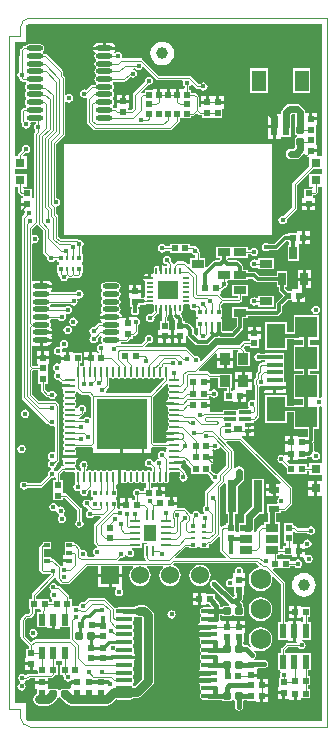
<source format=gbl>
G04*
G04 #@! TF.GenerationSoftware,Altium Limited,Altium Designer,20.2.6 (244)*
G04*
G04 Layer_Physical_Order=6*
G04 Layer_Color=16711680*
%FSLAX44Y44*%
%MOMM*%
G71*
G04*
G04 #@! TF.SameCoordinates,2E3406EB-8CA3-48A4-8E0D-F2ADFDB7BFFD*
G04*
G04*
G04 #@! TF.FilePolarity,Positive*
G04*
G01*
G75*
%ADD12C,0.2000*%
%ADD13C,0.1000*%
%ADD21R,0.5500X0.5500*%
%ADD23R,0.5500X0.5500*%
%ADD24R,0.3500X0.4500*%
%ADD25R,0.2500X0.4500*%
%ADD26R,0.9500X0.5500*%
%ADD27R,1.2000X1.8000*%
%ADD28R,0.6000X1.5500*%
%ADD30R,1.0600X0.6500*%
%ADD31R,1.0600X0.6000*%
%ADD32R,0.8000X2.7000*%
%ADD33R,0.5000X0.5000*%
%ADD56C,1.0000*%
%ADD57R,0.8000X0.8000*%
%ADD60C,0.1250*%
%ADD62C,0.6000*%
%ADD63C,0.4000*%
%ADD64C,0.3000*%
%ADD65C,1.7500*%
%ADD66R,1.5240X1.5240*%
%ADD67C,1.5240*%
%ADD68C,0.4500*%
G04:AMPARAMS|DCode=75|XSize=0.6mm|YSize=0.65mm|CornerRadius=0.075mm|HoleSize=0mm|Usage=FLASHONLY|Rotation=270.000|XOffset=0mm|YOffset=0mm|HoleType=Round|Shape=RoundedRectangle|*
%AMROUNDEDRECTD75*
21,1,0.6000,0.5000,0,0,270.0*
21,1,0.4500,0.6500,0,0,270.0*
1,1,0.1500,-0.2500,-0.2250*
1,1,0.1500,-0.2500,0.2250*
1,1,0.1500,0.2500,0.2250*
1,1,0.1500,0.2500,-0.2250*
%
%ADD75ROUNDEDRECTD75*%
%ADD76R,1.7000X1.5400*%
%ADD77O,0.2000X0.6000*%
%ADD78O,0.6000X0.2000*%
G04:AMPARAMS|DCode=79|XSize=0.6mm|YSize=0.65mm|CornerRadius=0.075mm|HoleSize=0mm|Usage=FLASHONLY|Rotation=180.000|XOffset=0mm|YOffset=0mm|HoleType=Round|Shape=RoundedRectangle|*
%AMROUNDEDRECTD79*
21,1,0.6000,0.5000,0,0,180.0*
21,1,0.4500,0.6500,0,0,180.0*
1,1,0.1500,-0.2250,0.2500*
1,1,0.1500,0.2250,0.2500*
1,1,0.1500,0.2250,-0.2500*
1,1,0.1500,-0.2250,-0.2500*
%
%ADD79ROUNDEDRECTD79*%
%ADD80O,1.4000X0.4000*%
%ADD81O,1.4000X0.4500*%
%ADD82R,0.6500X1.0600*%
%ADD83R,0.2400X0.9000*%
%ADD84R,0.9000X0.2400*%
%ADD85R,1.0000X1.4000*%
%ADD86R,0.8000X0.5400*%
%ADD87R,0.6000X0.3000*%
%ADD88R,1.0000X0.3000*%
%ADD89R,1.0000X0.4000*%
%ADD90R,1.6000X2.1000*%
%ADD91R,1.3500X0.4000*%
%ADD92R,1.9000X1.8000*%
%ADD93R,1.9000X1.9000*%
%ADD94R,0.6000X1.0500*%
%ADD95R,0.6200X1.2200*%
%ADD96R,0.5000X0.4000*%
%ADD97O,0.8500X0.2500*%
%ADD98O,0.2500X0.8500*%
%ADD99R,4.3500X4.3500*%
%ADD100R,0.9000X1.0000*%
%ADD101R,0.4500X0.2500*%
%ADD102R,0.4500X0.3500*%
%ADD103C,0.7500*%
%ADD104C,0.2500*%
G36*
X265000Y482750D02*
X261290D01*
Y486230D01*
X256000D01*
Y488770D01*
X261290D01*
Y492790D01*
X260000D01*
Y500230D01*
X260000Y500500D01*
Y501500D01*
X260000Y501770D01*
Y509210D01*
X261290D01*
Y513230D01*
X256000D01*
Y514500D01*
X254730D01*
Y519790D01*
X251333D01*
Y520000D01*
X251003Y521658D01*
X250064Y523064D01*
X247064Y526064D01*
X245658Y527003D01*
X244000Y527333D01*
X238000D01*
X236342Y527003D01*
X234936Y526064D01*
X231936Y523064D01*
X230997Y521658D01*
X230667Y520000D01*
Y519757D01*
X230540Y518540D01*
X229397Y518540D01*
X226270D01*
Y508250D01*
Y497960D01*
X230540D01*
Y498067D01*
X230750Y499250D01*
X231810Y499250D01*
X239250D01*
Y507831D01*
X239333Y508250D01*
Y518205D01*
X239795Y518667D01*
X242205D01*
X242667Y518205D01*
Y505000D01*
X242711Y504778D01*
Y502500D01*
X242866Y501720D01*
X243308Y501058D01*
X243897Y500664D01*
X243970Y500100D01*
Y499900D01*
X243897Y499336D01*
X243308Y498942D01*
X242866Y498280D01*
X242711Y497500D01*
Y495221D01*
X242667Y495000D01*
Y490558D01*
X241442Y489333D01*
X239000D01*
X237342Y489003D01*
X235936Y488064D01*
X234997Y486658D01*
X234667Y485000D01*
X234997Y483342D01*
X235936Y481936D01*
X237342Y480997D01*
X239000Y480667D01*
X244000D01*
X245658Y480997D01*
X247064Y481936D01*
X248003Y483342D01*
X248077Y483713D01*
X249440Y485075D01*
X250710Y484549D01*
Y482210D01*
X254750D01*
Y474954D01*
X240773Y460977D01*
X240359Y460357D01*
X240213Y459625D01*
Y439917D01*
X232722Y432425D01*
X232000Y432569D01*
X230634Y432297D01*
X229477Y431523D01*
X228703Y430366D01*
X228431Y429000D01*
X228703Y427634D01*
X229477Y426477D01*
X230634Y425703D01*
X232000Y425431D01*
X233366Y425703D01*
X234523Y426477D01*
X235297Y427634D01*
X235569Y429000D01*
X235425Y429721D01*
X243477Y437773D01*
X243891Y438393D01*
X244037Y439125D01*
Y458833D01*
X257454Y472250D01*
X265000D01*
Y467750D01*
X254750D01*
Y457250D01*
X257035D01*
X257412Y456770D01*
X256796Y455500D01*
X250000D01*
Y447790D01*
X248710D01*
Y443770D01*
X254000D01*
X259290D01*
Y447790D01*
X258000D01*
Y450088D01*
X259000D01*
X259732Y450234D01*
X260352Y450648D01*
X261352Y451648D01*
X261766Y452268D01*
X261912Y453000D01*
Y457250D01*
X265000D01*
Y279284D01*
X263931Y278560D01*
X262750Y279069D01*
Y298750D01*
X254804D01*
Y301250D01*
X262750D01*
Y322750D01*
X254804D01*
Y327750D01*
X262750D01*
Y348250D01*
X260570D01*
X260445Y349520D01*
X260762Y349583D01*
X261366Y349703D01*
X262523Y350477D01*
X263297Y351634D01*
X263569Y353000D01*
X263297Y354366D01*
X262523Y355523D01*
X261366Y356297D01*
X260000Y356569D01*
X258634Y356297D01*
X257477Y355523D01*
X256703Y354366D01*
X256431Y353000D01*
X256703Y351634D01*
X257477Y350477D01*
X258634Y349703D01*
X259238Y349583D01*
X259555Y349520D01*
X259430Y348250D01*
X241250D01*
Y333804D01*
X235750D01*
Y342750D01*
X217250D01*
Y319250D01*
X235750D01*
Y328196D01*
X241250D01*
Y327750D01*
X249196D01*
Y322750D01*
X241250D01*
Y301250D01*
X249196D01*
Y298750D01*
X241250D01*
Y277250D01*
X249196D01*
Y272250D01*
X241250D01*
Y271804D01*
X235750D01*
Y280750D01*
X217250D01*
Y257250D01*
X235750D01*
Y266196D01*
X241250D01*
Y251750D01*
X253196D01*
Y245982D01*
X252500Y245000D01*
X244790D01*
Y246290D01*
X240770D01*
Y241000D01*
X239500D01*
Y239730D01*
X234210D01*
Y235710D01*
X234210D01*
Y232270D01*
X239500D01*
Y231000D01*
X240770D01*
Y225710D01*
X244790D01*
Y227000D01*
X252500D01*
Y228196D01*
X254000D01*
X255073Y228410D01*
X255233Y228516D01*
X256644Y227932D01*
X256703Y227634D01*
X257477Y226477D01*
X258634Y225703D01*
X260000Y225431D01*
X261366Y225703D01*
X262523Y226477D01*
X263297Y227634D01*
X263569Y229000D01*
X263297Y230366D01*
X262523Y231523D01*
X261366Y232297D01*
X260000Y232569D01*
X259886Y232546D01*
X258804Y233626D01*
Y239000D01*
X258804Y239000D01*
X258590Y240073D01*
X257983Y240983D01*
X257965Y241000D01*
X257983Y241017D01*
X258590Y241927D01*
X258804Y243000D01*
X258804Y243000D01*
Y251750D01*
X262750D01*
Y270931D01*
X263931Y271440D01*
X265000Y270716D01*
Y223500D01*
X254750D01*
Y220162D01*
X252500D01*
Y222000D01*
X244500D01*
Y222000D01*
X243500D01*
Y222000D01*
X238204D01*
X235667Y224537D01*
X236153Y225710D01*
X238230D01*
Y229730D01*
X233533D01*
X232940Y229413D01*
X232366Y229797D01*
X231000Y230069D01*
X229634Y229797D01*
X228477Y229023D01*
X227703Y227866D01*
X227431Y226500D01*
X227703Y225134D01*
X228477Y223977D01*
X229634Y223203D01*
X231000Y222931D01*
X231721Y223075D01*
X235500Y219296D01*
Y214000D01*
X243500D01*
Y214000D01*
X244500D01*
Y214000D01*
X252500D01*
Y216338D01*
X254750D01*
Y213000D01*
X265000D01*
Y208290D01*
X261270D01*
Y201750D01*
Y195210D01*
X265000D01*
Y5000D01*
X16339D01*
X15537Y5537D01*
X15000Y6339D01*
Y20000D01*
X5000D01*
Y457250D01*
X8088D01*
Y453000D01*
X8234Y452268D01*
X8648Y451648D01*
X10148Y450148D01*
X10768Y449734D01*
X11500Y449588D01*
X12000D01*
Y447790D01*
X10710D01*
Y443770D01*
X16000D01*
Y441230D01*
X10710D01*
Y437210D01*
X12856D01*
X13618Y435940D01*
X13431Y435000D01*
X13575Y434278D01*
X11523Y432227D01*
X11109Y431606D01*
X10963Y430875D01*
Y279054D01*
X11109Y278322D01*
X11523Y277702D01*
X32577Y256648D01*
X33197Y256234D01*
X33929Y256088D01*
X34068D01*
X34477Y255477D01*
X35634Y254703D01*
X37000Y254431D01*
X37943Y254619D01*
X39213Y253858D01*
Y232884D01*
X38682Y232600D01*
X37943Y232331D01*
X36750Y232569D01*
X35384Y232297D01*
X34227Y231523D01*
X33453Y230366D01*
X33181Y229000D01*
X33453Y227634D01*
X34227Y226477D01*
X34670Y226180D01*
Y224653D01*
X34477Y224523D01*
X33703Y223366D01*
X33431Y222000D01*
X33703Y220634D01*
X34477Y219477D01*
X35634Y218703D01*
X35914Y218647D01*
Y217353D01*
X35634Y217297D01*
X34477Y216523D01*
X33703Y215366D01*
X33431Y214000D01*
X33575Y213279D01*
X26458Y206162D01*
X16182D01*
X15773Y206773D01*
X14616Y207547D01*
X13250Y207819D01*
X11884Y207547D01*
X10727Y206773D01*
X9953Y205616D01*
X9681Y204250D01*
X9953Y202884D01*
X10727Y201727D01*
X11884Y200953D01*
X13250Y200681D01*
X14616Y200953D01*
X15773Y201727D01*
X16182Y202338D01*
X27250D01*
X27982Y202484D01*
X28602Y202898D01*
X36279Y210575D01*
X37000Y210431D01*
X38366Y210703D01*
X38818Y211005D01*
X40088Y210327D01*
Y208500D01*
X38000D01*
Y200770D01*
X38000Y200500D01*
Y199500D01*
X38000Y199230D01*
Y191500D01*
X46000D01*
Y193588D01*
X47708D01*
X58088Y183208D01*
Y174932D01*
X57477Y174523D01*
X56703Y173366D01*
X56431Y172000D01*
X56703Y170634D01*
X57477Y169477D01*
X58634Y168703D01*
X60000Y168431D01*
X61366Y168703D01*
X62523Y169477D01*
X63297Y170634D01*
X63569Y172000D01*
X63297Y173366D01*
X62523Y174523D01*
X61912Y174932D01*
Y184000D01*
X61766Y184732D01*
X61352Y185352D01*
X49852Y196852D01*
X49232Y197266D01*
X48500Y197412D01*
X46000D01*
Y199230D01*
X46000Y199500D01*
Y200500D01*
X46000Y200770D01*
Y208500D01*
X43912D01*
Y214208D01*
X46292Y216588D01*
X47111D01*
X47775Y216145D01*
X48750Y215951D01*
X54750D01*
X54905Y215982D01*
X55982Y214905D01*
X55951Y214750D01*
Y208750D01*
X56145Y207775D01*
X56578Y207127D01*
X56551Y205907D01*
X55977Y205524D01*
X55203Y204366D01*
X54931Y203000D01*
X55203Y201635D01*
X55977Y200477D01*
X57134Y199703D01*
X58500Y199432D01*
X59252Y199581D01*
X60225Y199102D01*
X60504Y198634D01*
X60703Y197634D01*
X61477Y196477D01*
X62634Y195703D01*
X64000Y195431D01*
X65366Y195703D01*
X66523Y196477D01*
X67297Y197634D01*
X67569Y199000D01*
X67425Y199722D01*
X68730Y201026D01*
X70000Y200500D01*
Y194250D01*
X71250D01*
Y191750D01*
X70000D01*
Y191599D01*
X68730Y191214D01*
X68523Y191523D01*
X67366Y192297D01*
X66000Y192569D01*
X64634Y192297D01*
X63477Y191523D01*
X62703Y190366D01*
X62431Y189000D01*
X62703Y187634D01*
X63477Y186477D01*
X64634Y185703D01*
X66000Y185431D01*
X66386Y185508D01*
X67440Y184455D01*
X67135Y182963D01*
X66477Y182523D01*
X65703Y181366D01*
X65431Y180000D01*
X65703Y178634D01*
X66477Y177477D01*
X67634Y176703D01*
X69000Y176431D01*
X70366Y176703D01*
X71523Y177477D01*
X71932Y178088D01*
X77725D01*
X78211Y176915D01*
X72648Y171352D01*
X72234Y170732D01*
X72088Y170000D01*
Y156000D01*
X72234Y155268D01*
X72648Y154648D01*
X74527Y152769D01*
X74495Y152214D01*
X74212Y151412D01*
X73634Y151297D01*
X72477Y150523D01*
X71703Y149366D01*
X71431Y148000D01*
X71703Y146634D01*
X72477Y145477D01*
X73105Y145057D01*
X72720Y143787D01*
X67142D01*
X66381Y145057D01*
X66569Y146000D01*
X66297Y147366D01*
X65523Y148523D01*
X64366Y149297D01*
X63000Y149569D01*
X62057Y149381D01*
X60787Y150142D01*
Y150500D01*
X60641Y151232D01*
X60227Y151852D01*
X57227Y154852D01*
X56607Y155266D01*
X55875Y155412D01*
X55250D01*
Y156750D01*
X47750D01*
Y145040D01*
X46460D01*
Y141770D01*
X51500D01*
Y139230D01*
X46460D01*
Y136461D01*
X45634Y136297D01*
X45308Y136079D01*
X44057Y136066D01*
X43757Y136454D01*
X43602Y136685D01*
X38435Y141852D01*
X37815Y142266D01*
X37084Y142412D01*
X36250D01*
Y143750D01*
X29912D01*
Y150250D01*
X36250D01*
Y156750D01*
X28750D01*
Y155254D01*
X28148Y154852D01*
X26648Y153352D01*
X26234Y152732D01*
X26088Y152000D01*
Y132750D01*
X26234Y132018D01*
X26648Y131398D01*
X27898Y130148D01*
X28518Y129734D01*
X29250Y129588D01*
X35068D01*
X35477Y128977D01*
X35548Y128252D01*
X20208Y112912D01*
X19794Y112292D01*
X19648Y111560D01*
Y107660D01*
X17560D01*
Y99660D01*
X18213D01*
Y97083D01*
X16542Y95412D01*
X14666D01*
X13935Y95266D01*
X13314Y94852D01*
X10523Y92060D01*
X10109Y91440D01*
X9963Y90709D01*
Y76245D01*
X10109Y75514D01*
X10523Y74893D01*
X17148Y68268D01*
Y66160D01*
X15060D01*
Y58450D01*
X13770D01*
Y54430D01*
X19060D01*
Y53160D01*
X20330D01*
Y47870D01*
X24350D01*
X24500Y46662D01*
Y44912D01*
X17000D01*
X16268Y44766D01*
X15648Y44352D01*
X14878Y43582D01*
X14273Y43642D01*
X13116Y44415D01*
X11750Y44687D01*
X10384Y44415D01*
X9227Y43642D01*
X8453Y42484D01*
X8181Y41118D01*
X8453Y39753D01*
X9227Y38595D01*
X9346Y38515D01*
X9410Y38242D01*
X9259Y37046D01*
X8477Y36523D01*
X7703Y35366D01*
X7431Y34000D01*
X7703Y32634D01*
X8477Y31477D01*
X9634Y30703D01*
X11000Y30431D01*
X12366Y30703D01*
X13523Y31477D01*
X14297Y32634D01*
X14569Y34000D01*
X14297Y35366D01*
X13523Y36523D01*
X13404Y36603D01*
X13340Y36876D01*
X13491Y38072D01*
X14273Y38595D01*
X14682Y39207D01*
X15118D01*
X15850Y39352D01*
X16470Y39766D01*
X17792Y41088D01*
X22710D01*
Y38770D01*
X28000D01*
X33290D01*
Y41088D01*
X36000D01*
X36732Y41234D01*
X37352Y41648D01*
X38852Y43148D01*
X39266Y43768D01*
X39312Y44000D01*
X41500D01*
Y52000D01*
X39912D01*
Y55500D01*
X42250D01*
Y55500D01*
X43250D01*
Y55500D01*
X45588D01*
Y52000D01*
X43500D01*
Y44000D01*
X45688D01*
X45734Y43768D01*
X46148Y43148D01*
X47086Y42211D01*
X46994Y41750D01*
X47266Y40384D01*
X48039Y39227D01*
X49197Y38453D01*
X50563Y38181D01*
X51440Y38356D01*
X52710Y37564D01*
Y32654D01*
X51545Y31957D01*
X51280Y32134D01*
X50500Y32289D01*
X45500D01*
X44720Y32134D01*
X44058Y31692D01*
X43664Y31103D01*
X43100Y31030D01*
X42900D01*
X42336Y31103D01*
X41942Y31692D01*
X41280Y32134D01*
X40500Y32289D01*
X35500D01*
X34720Y32134D01*
X34455Y31957D01*
X33290Y32654D01*
Y36230D01*
X28000D01*
X22710D01*
Y32210D01*
X24000D01*
Y27677D01*
X22395Y26605D01*
X21290Y24951D01*
X20902Y23000D01*
X21290Y21049D01*
X22395Y19395D01*
X24049Y18290D01*
X26000Y17902D01*
X33000D01*
X34951Y18290D01*
X36605Y19395D01*
X40605Y23395D01*
X40864Y23783D01*
X41280Y23866D01*
X41942Y24308D01*
X42336Y24897D01*
X42900Y24970D01*
X43100D01*
X43664Y24897D01*
X44058Y24308D01*
X44720Y23866D01*
X45136Y23783D01*
X45395Y23395D01*
X49395Y19395D01*
X51049Y18290D01*
X53000Y17902D01*
X83000D01*
X84951Y18290D01*
X86605Y19395D01*
X90932Y23723D01*
X91732Y23189D01*
X93000Y22936D01*
X103000D01*
X104268Y23189D01*
X105343Y23907D01*
X105674Y24402D01*
X109000D01*
X110951Y24790D01*
X112605Y25895D01*
X121605Y34895D01*
X122710Y36549D01*
X123098Y38500D01*
Y94500D01*
X122710Y96451D01*
X121605Y98105D01*
X118355Y101355D01*
X116701Y102460D01*
X114750Y102848D01*
X110000D01*
X108049Y102460D01*
X106395Y101355D01*
X106201Y101064D01*
X93000D01*
X91732Y100811D01*
X91126Y100406D01*
X89874Y100706D01*
X89684Y100854D01*
X89352Y101352D01*
X82352Y108352D01*
X81732Y108766D01*
X81000Y108912D01*
X68000D01*
X67268Y108766D01*
X66648Y108352D01*
X63721Y105425D01*
X63000Y105569D01*
X61634Y105297D01*
X60477Y104523D01*
X59703Y103366D01*
X59627Y102982D01*
X58366Y102297D01*
X57000Y102568D01*
X55634Y102297D01*
X54830Y101759D01*
X53683Y102215D01*
X53560Y102322D01*
Y107660D01*
X51472D01*
Y110044D01*
X51326Y110775D01*
X50912Y111396D01*
X43477Y118831D01*
X42857Y119245D01*
X42125Y119391D01*
X41280D01*
X40523Y120523D01*
X39366Y121297D01*
X38000Y121569D01*
X36634Y121297D01*
X35477Y120523D01*
X34703Y119366D01*
X34431Y118000D01*
X34703Y116634D01*
X35404Y115585D01*
X35478Y115380D01*
X35500Y113934D01*
X34953Y113116D01*
X34681Y111750D01*
X34953Y110384D01*
X35727Y109227D01*
X36244Y108881D01*
X36560Y107660D01*
X36560D01*
X36560Y107660D01*
Y105572D01*
X34560D01*
Y107660D01*
X26830D01*
X26560Y107660D01*
X25560D01*
X25290Y107660D01*
X23472D01*
Y110768D01*
X39068Y126365D01*
X40187Y126011D01*
X40338Y125896D01*
Y125500D01*
X40484Y124768D01*
X40898Y124148D01*
X43898Y121148D01*
X44518Y120734D01*
X45250Y120588D01*
X50250D01*
X50982Y120734D01*
X51602Y121148D01*
X66542Y136088D01*
X75740D01*
Y129270D01*
X96060D01*
Y136088D01*
X105184D01*
X105615Y134818D01*
X104974Y134326D01*
X103552Y132473D01*
X102658Y130316D01*
X102353Y128000D01*
X102658Y125684D01*
X103552Y123527D01*
X104974Y121674D01*
X106827Y120252D01*
X108984Y119358D01*
X111300Y119053D01*
X113616Y119358D01*
X115773Y120252D01*
X117626Y121674D01*
X119048Y123527D01*
X119942Y125684D01*
X120246Y128000D01*
X119942Y130316D01*
X119048Y132473D01*
X117626Y134326D01*
X116985Y134818D01*
X117416Y136088D01*
X130584D01*
X131015Y134818D01*
X130374Y134326D01*
X128952Y132473D01*
X128058Y130316D01*
X127753Y128000D01*
X128058Y125684D01*
X128952Y123527D01*
X130374Y121674D01*
X132227Y120252D01*
X134384Y119358D01*
X136700Y119053D01*
X139016Y119358D01*
X141173Y120252D01*
X143026Y121674D01*
X144448Y123527D01*
X145342Y125684D01*
X145646Y128000D01*
X145342Y130316D01*
X144448Y132473D01*
X143026Y134326D01*
X141173Y135748D01*
X139483Y136448D01*
X139118Y137612D01*
X139937Y138588D01*
X209708D01*
X212178Y136118D01*
X211723Y134777D01*
X210700Y134643D01*
X208267Y133635D01*
X206178Y132032D01*
X204575Y129943D01*
X203567Y127510D01*
X203224Y124900D01*
X203567Y122289D01*
X204575Y119857D01*
X206178Y117768D01*
X208267Y116165D01*
X210700Y115157D01*
X213310Y114814D01*
X215921Y115157D01*
X218353Y116165D01*
X220442Y117768D01*
X222045Y119857D01*
X223053Y122289D01*
X223396Y124900D01*
X223214Y126287D01*
X224417Y126880D01*
X230588Y120708D01*
Y88450D01*
X228150D01*
Y73750D01*
X236360D01*
Y72460D01*
X240730D01*
Y81100D01*
Y89740D01*
X236360D01*
Y88450D01*
X234412D01*
Y121500D01*
X234266Y122232D01*
X233852Y122852D01*
X223877Y132827D01*
X224363Y134000D01*
X229230D01*
X229500Y134000D01*
X230500D01*
X230770Y134000D01*
X238500D01*
Y136088D01*
X242068D01*
X242477Y135477D01*
X243634Y134703D01*
X245000Y134431D01*
X246366Y134703D01*
X247523Y135477D01*
X248297Y136634D01*
X248569Y138000D01*
X248297Y139366D01*
X247523Y140523D01*
X246366Y141297D01*
X245000Y141569D01*
X243634Y141297D01*
X242477Y140523D01*
X242068Y139912D01*
X238500D01*
Y142000D01*
X230770D01*
X230500Y142000D01*
X229500D01*
X229230Y142000D01*
X227412D01*
Y145079D01*
X229750D01*
Y146588D01*
X232500D01*
Y145000D01*
X240210D01*
Y143710D01*
X244230D01*
Y149000D01*
Y154290D01*
X241145D01*
X241000Y155500D01*
X241000D01*
Y163230D01*
X241000Y163500D01*
Y164637D01*
X242173Y165123D01*
X242648Y164648D01*
X243268Y164234D01*
X244000Y164088D01*
X253068D01*
X253477Y163477D01*
X254634Y162703D01*
X256000Y162431D01*
X257366Y162703D01*
X258523Y163477D01*
X259297Y164634D01*
X259569Y166000D01*
X259297Y167366D01*
X258523Y168523D01*
X257366Y169297D01*
X256000Y169569D01*
X254634Y169297D01*
X253477Y168523D01*
X253068Y167912D01*
X244792D01*
X242852Y169852D01*
X242232Y170266D01*
X241500Y170412D01*
X241000D01*
Y172500D01*
X233000D01*
Y164770D01*
X233000Y164500D01*
Y163500D01*
X233000Y163230D01*
Y155500D01*
X235088D01*
Y153000D01*
X232500D01*
Y150412D01*
X230648D01*
X229750Y151310D01*
X229750Y154079D01*
X229750Y155349D01*
Y162809D01*
X229750Y163579D01*
X229750Y164849D01*
Y173079D01*
X226409D01*
Y176199D01*
X226569Y177000D01*
X226409Y177801D01*
Y180500D01*
X231000D01*
Y182588D01*
X233384D01*
X234116Y182734D01*
X234736Y183148D01*
X239477Y187889D01*
X239891Y188510D01*
X240037Y189241D01*
Y201875D01*
X239891Y202607D01*
X239477Y203227D01*
X197514Y245190D01*
X197543Y245524D01*
X197938Y246460D01*
X201230D01*
Y250500D01*
X202500D01*
Y251770D01*
X208040D01*
Y254230D01*
X202500D01*
Y256770D01*
X208040D01*
Y258696D01*
X208232Y258734D01*
X208852Y259148D01*
X211852Y262148D01*
X212266Y262768D01*
X212412Y263500D01*
Y287453D01*
X213256Y288329D01*
X213682Y288495D01*
X214000Y288431D01*
X214690Y288569D01*
X215121Y288270D01*
X225250D01*
X234540D01*
Y291540D01*
X233250D01*
Y303250D01*
Y309750D01*
Y316250D01*
X217250D01*
Y315804D01*
X213729D01*
X212991Y316297D01*
X211625Y316569D01*
X210259Y316297D01*
X209102Y315523D01*
X208328Y314366D01*
X208056Y313000D01*
X208328Y311634D01*
X209102Y310477D01*
X210259Y309703D01*
X211625Y309431D01*
X212991Y309703D01*
X213729Y310196D01*
X217250D01*
Y308412D01*
X214500D01*
X213768Y308266D01*
X213148Y307852D01*
X211648Y306352D01*
X211234Y305732D01*
X211088Y305000D01*
Y301327D01*
X210148Y300387D01*
X209734Y299767D01*
X209588Y299035D01*
Y296292D01*
X208523Y295227D01*
X208109Y294607D01*
X207963Y293875D01*
Y290291D01*
X208109Y289560D01*
X208523Y288940D01*
X208588Y288874D01*
Y288000D01*
X208588Y288000D01*
Y277007D01*
X207372Y276300D01*
X207318Y276306D01*
X206000Y276569D01*
X204634Y276297D01*
X203477Y275523D01*
X202703Y274366D01*
X202431Y273000D01*
X202703Y271634D01*
X203448Y270520D01*
X203397Y270259D01*
X203026Y269250D01*
X194250D01*
X193750Y268250D01*
X181250D01*
Y266912D01*
X180518Y266766D01*
X179988Y266412D01*
X171936D01*
X170790Y266710D01*
Y270730D01*
X165500D01*
Y273270D01*
X170790D01*
Y277290D01*
X170476D01*
X169500Y278000D01*
X169500Y278560D01*
Y280088D01*
X171068D01*
X171477Y279477D01*
X172634Y278703D01*
X174000Y278431D01*
X175366Y278703D01*
X176523Y279477D01*
X177297Y280634D01*
X177569Y282000D01*
X177297Y283366D01*
X176523Y284523D01*
X175366Y285297D01*
X174000Y285569D01*
X172634Y285297D01*
X171477Y284523D01*
X171438Y284466D01*
X169959Y284351D01*
X169513Y284796D01*
X169570Y286051D01*
X170476Y286710D01*
X170790D01*
Y290730D01*
X165500D01*
Y293270D01*
X170790D01*
Y295088D01*
X177500D01*
Y286500D01*
X184588D01*
Y284000D01*
X182500D01*
Y276000D01*
X190210D01*
Y274710D01*
X194230D01*
Y280000D01*
X195500D01*
Y281270D01*
X200790D01*
Y285210D01*
X205790D01*
Y291480D01*
X198750D01*
X191710D01*
Y285290D01*
X190210D01*
Y284000D01*
X188412D01*
Y286500D01*
X189000D01*
Y299000D01*
X177500D01*
Y298912D01*
X170792D01*
X169352Y300352D01*
X168732Y300766D01*
X168000Y300912D01*
X161275D01*
X160789Y302085D01*
X175037Y316333D01*
X176210Y315847D01*
Y312520D01*
X183250D01*
X190290D01*
Y318790D01*
X191436Y319088D01*
X194420D01*
X194641Y318770D01*
X193977Y317500D01*
X193000D01*
Y305000D01*
X204500D01*
Y317500D01*
X200662D01*
Y318250D01*
X200516Y318982D01*
X200102Y319602D01*
X198704Y321000D01*
X200292Y322588D01*
X204000D01*
Y320500D01*
X212000D01*
Y328210D01*
X213290D01*
Y332230D01*
X208000D01*
X202710D01*
Y328210D01*
X204000D01*
Y326412D01*
X199500D01*
X198768Y326266D01*
X198148Y325852D01*
X195208Y322912D01*
X177000D01*
X176268Y322766D01*
X175648Y322352D01*
X163256Y309960D01*
X162298Y310395D01*
X162057Y310557D01*
X161797Y311866D01*
X161023Y313023D01*
X159866Y313797D01*
X158500Y314069D01*
X157779Y313925D01*
X151236Y320468D01*
X150616Y320882D01*
X149884Y321028D01*
X116391D01*
X115905Y322201D01*
X118279Y324575D01*
X119000Y324431D01*
X120366Y324703D01*
X121523Y325477D01*
X122297Y326634D01*
X122569Y328000D01*
X122297Y329366D01*
X121523Y330523D01*
X120366Y331297D01*
X119000Y331569D01*
X117634Y331297D01*
X116477Y330523D01*
X115703Y329366D01*
X115431Y328000D01*
X115575Y327279D01*
X112208Y323912D01*
X96000D01*
X95305Y325182D01*
X95405Y325338D01*
X99250D01*
X99982Y325484D01*
X100602Y325898D01*
X102352Y327648D01*
X102766Y328268D01*
X102812Y328500D01*
X105000D01*
Y330588D01*
X105625D01*
X106357Y330734D01*
X106977Y331148D01*
X109352Y333523D01*
X109766Y334143D01*
X109912Y334875D01*
Y340068D01*
X110523Y340477D01*
X111297Y341634D01*
X111569Y343000D01*
X111297Y344366D01*
X110523Y345523D01*
X109366Y346297D01*
X108000Y346569D01*
X107560Y346481D01*
X106290Y346790D01*
Y346790D01*
X106290Y346790D01*
X102270D01*
Y341500D01*
X99730D01*
Y346790D01*
X96126D01*
X95762Y348619D01*
X94703Y350203D01*
X93819Y350794D01*
X94547Y351884D01*
X94819Y353250D01*
X94547Y354616D01*
X93773Y355773D01*
X93636Y355865D01*
Y357135D01*
X93773Y357227D01*
X94547Y358384D01*
X94819Y359750D01*
X94547Y361116D01*
X93773Y362273D01*
X93636Y362365D01*
Y363635D01*
X93773Y363727D01*
X94547Y364884D01*
X94819Y366250D01*
X94547Y367616D01*
X93773Y368773D01*
X93636Y368865D01*
Y370135D01*
X93773Y370227D01*
X94547Y371384D01*
X94819Y372750D01*
X94547Y374116D01*
X93773Y375273D01*
X92616Y376047D01*
X91250Y376319D01*
X81750D01*
X80384Y376047D01*
X79227Y375273D01*
X78453Y374116D01*
X78182Y372750D01*
X78453Y371384D01*
X79227Y370227D01*
X79364Y370135D01*
Y368865D01*
X79227Y368773D01*
X78453Y367616D01*
X78182Y366250D01*
X78453Y364884D01*
X79227Y363727D01*
X79364Y363635D01*
Y362365D01*
X79227Y362273D01*
X78453Y361116D01*
X78182Y359750D01*
X78453Y358384D01*
X79227Y357227D01*
X79364Y357135D01*
Y355865D01*
X79227Y355773D01*
X78453Y354616D01*
X78182Y353250D01*
X78453Y351884D01*
X79181Y350794D01*
X78297Y350203D01*
X77238Y348619D01*
X77119Y348020D01*
X86500D01*
Y345480D01*
X77119D01*
X77238Y344881D01*
X78297Y343297D01*
X79181Y342705D01*
X78481Y341657D01*
X76746D01*
X76014Y341512D01*
X75394Y341097D01*
X72722Y338425D01*
X72000Y338569D01*
X70634Y338297D01*
X69477Y337523D01*
X68703Y336366D01*
X68431Y335000D01*
X68703Y333634D01*
X69477Y332477D01*
X69795Y332264D01*
Y330736D01*
X69477Y330523D01*
X68703Y329366D01*
X68431Y328000D01*
X68703Y326634D01*
X69477Y325477D01*
X70634Y324703D01*
X72000Y324431D01*
X73366Y324703D01*
X74523Y325477D01*
X75297Y326634D01*
X75569Y328000D01*
X75425Y328722D01*
X77792Y331088D01*
X78169Y331125D01*
X78503Y330803D01*
X79227Y329773D01*
X78453Y328616D01*
X78182Y327250D01*
X78453Y325884D01*
X78847Y325294D01*
X78725Y324863D01*
X78191Y324007D01*
X77134Y323797D01*
X75977Y323023D01*
X75203Y321866D01*
X74931Y320500D01*
X75203Y319134D01*
X75977Y317977D01*
X76588Y317568D01*
Y316000D01*
X74790D01*
Y317290D01*
X70770D01*
Y312000D01*
X69500D01*
Y310730D01*
X64210D01*
Y306953D01*
X63707Y306135D01*
X63394Y305778D01*
X62524Y305605D01*
X61698Y305052D01*
X61631Y305044D01*
X60412Y305414D01*
Y308000D01*
X62500D01*
Y316000D01*
X54790D01*
Y317290D01*
X50770D01*
Y312000D01*
X49500D01*
Y310730D01*
X44210D01*
Y307592D01*
X42940Y306913D01*
X42366Y307297D01*
X41000Y307569D01*
X39634Y307297D01*
X38477Y306523D01*
X37703Y305366D01*
X37431Y304000D01*
X37703Y302634D01*
X38477Y301477D01*
X39296Y300929D01*
X39486Y299593D01*
X39476Y299523D01*
X38703Y298365D01*
X38431Y296999D01*
X38703Y295634D01*
X39477Y294476D01*
X40634Y293703D01*
X42000Y293431D01*
X42721Y293574D01*
X44148Y292148D01*
X44768Y291734D01*
X44818Y291724D01*
X45431Y290421D01*
X45427Y290348D01*
X45180Y289979D01*
X45138Y289770D01*
X51750D01*
Y287230D01*
X45138D01*
X45180Y287021D01*
X46017Y285768D01*
X46156Y285675D01*
X46395Y284475D01*
X46201Y283500D01*
X46395Y282525D01*
X46948Y281698D01*
Y280302D01*
X46395Y279475D01*
X46201Y278500D01*
X46395Y277525D01*
X46948Y276698D01*
Y275302D01*
X46395Y274475D01*
X46201Y273500D01*
X46395Y272525D01*
X46948Y271698D01*
Y270302D01*
X46395Y269475D01*
X46201Y268500D01*
X46395Y267525D01*
X46948Y266698D01*
Y265302D01*
X46395Y264475D01*
X46201Y263500D01*
X46395Y262525D01*
X46948Y261698D01*
Y260302D01*
X46395Y259475D01*
X46201Y258500D01*
X46395Y257525D01*
X46948Y256698D01*
Y255302D01*
X46395Y254475D01*
X46201Y253500D01*
X46395Y252525D01*
X46948Y251698D01*
Y250302D01*
X46395Y249475D01*
X46201Y248500D01*
X46395Y247525D01*
X46948Y246698D01*
Y245302D01*
X46395Y244475D01*
X46201Y243500D01*
X46395Y242525D01*
X46948Y241698D01*
Y240302D01*
X46395Y239475D01*
X46201Y238500D01*
X46395Y237525D01*
X46948Y236698D01*
Y235302D01*
X46395Y234475D01*
X46201Y233500D01*
X46395Y232525D01*
X46156Y231325D01*
X46017Y231232D01*
X45180Y229979D01*
X45138Y229770D01*
X51750D01*
X58362D01*
X58320Y229979D01*
X57482Y231232D01*
X57344Y231325D01*
X57105Y232525D01*
X57299Y233500D01*
X57105Y234475D01*
X56552Y235302D01*
X56544Y235369D01*
X56914Y236588D01*
X70000D01*
X70440Y236676D01*
X71370Y236163D01*
X71710Y235860D01*
Y231710D01*
X94730D01*
Y256000D01*
X97270D01*
Y231710D01*
X120290D01*
Y236027D01*
X121515Y236732D01*
X121560Y236726D01*
X122250Y236588D01*
X133228D01*
X133907Y235318D01*
X133680Y234979D01*
X133386Y233500D01*
X133418Y233337D01*
X133269Y233201D01*
X132249Y232707D01*
X131366Y233297D01*
X130000Y233569D01*
X128634Y233297D01*
X127477Y232523D01*
X126703Y231366D01*
X126431Y230000D01*
X126703Y228634D01*
X127252Y227813D01*
X127151Y227317D01*
X126876Y226720D01*
X126711Y226511D01*
X125634Y226297D01*
X124477Y225523D01*
X123703Y224366D01*
X123647Y224086D01*
X122353D01*
X122297Y224366D01*
X121523Y225523D01*
X120366Y226297D01*
X119000Y226569D01*
X117634Y226297D01*
X116477Y225523D01*
X115703Y224366D01*
X115431Y223000D01*
X115703Y221634D01*
X116477Y220477D01*
X117634Y219703D01*
X119000Y219431D01*
X120366Y219703D01*
X120502Y219794D01*
X121588Y218708D01*
Y216914D01*
X120369Y216544D01*
X120302Y216552D01*
X119475Y217105D01*
X118500Y217299D01*
X117524Y217105D01*
X116698Y216552D01*
X115302D01*
X114475Y217105D01*
X113500Y217299D01*
X112524Y217105D01*
X111698Y216552D01*
X110302D01*
X109475Y217105D01*
X108500Y217299D01*
X107524Y217105D01*
X106698Y216552D01*
X105302D01*
X104475Y217105D01*
X103500Y217299D01*
X102524Y217105D01*
X101698Y216552D01*
X100302D01*
X99475Y217105D01*
X98500Y217299D01*
X97524Y217105D01*
X96325Y217344D01*
X96232Y217482D01*
X94979Y218320D01*
X94770Y218362D01*
Y211750D01*
Y205138D01*
X94979Y205180D01*
X96232Y206017D01*
X96325Y206157D01*
X97524Y206395D01*
X98500Y206201D01*
X99475Y206395D01*
X100302Y206948D01*
X101698D01*
X102524Y206395D01*
X103500Y206201D01*
X104475Y206395D01*
X105302Y206948D01*
X106698D01*
X107524Y206395D01*
X108500Y206201D01*
X109475Y206395D01*
X110302Y206948D01*
X111698D01*
X112524Y206395D01*
X113500Y206201D01*
X114475Y206395D01*
X115302Y206948D01*
X115369Y206956D01*
X116588Y206586D01*
Y202000D01*
X114500D01*
Y199912D01*
X111932D01*
X111523Y200523D01*
X110366Y201297D01*
X109000Y201569D01*
X107634Y201297D01*
X106477Y200523D01*
X105703Y199366D01*
X105431Y198000D01*
X105703Y196634D01*
X106477Y195477D01*
X107088Y195068D01*
Y192000D01*
X104790D01*
Y193290D01*
X100770D01*
Y188000D01*
X99500D01*
Y186730D01*
X94210D01*
Y184852D01*
X93065Y184439D01*
X92093Y185211D01*
X92000Y185367D01*
Y191750D01*
X90750D01*
Y194250D01*
X92000D01*
Y201250D01*
X90651D01*
Y204568D01*
X91921Y205247D01*
X92021Y205180D01*
X92230Y205138D01*
Y211750D01*
Y218362D01*
X92021Y218320D01*
X90767Y217482D01*
X90675Y217344D01*
X89475Y217105D01*
X88500Y217299D01*
X87524Y217105D01*
X86698Y216552D01*
X85302D01*
X84475Y217105D01*
X83500Y217299D01*
X82524Y217105D01*
X81698Y216552D01*
X80302D01*
X79475Y217105D01*
X78500Y217299D01*
X77524Y217105D01*
X76698Y216552D01*
X75302D01*
X74475Y217105D01*
X73500Y217299D01*
X72524Y217105D01*
X71698Y216552D01*
X70302D01*
X69475Y217105D01*
X68500Y217299D01*
X67524Y217105D01*
X66698Y216552D01*
X66631Y216544D01*
X65412Y216914D01*
Y218318D01*
X66023Y218727D01*
X66797Y219884D01*
X67069Y221250D01*
X66797Y222616D01*
X66023Y223773D01*
X64866Y224547D01*
X63500Y224818D01*
X62134Y224547D01*
X60977Y223773D01*
X60203Y222616D01*
X59931Y221250D01*
X60203Y219884D01*
X60977Y218727D01*
X61588Y218318D01*
Y216914D01*
X60369Y216544D01*
X60302Y216552D01*
X59475Y217105D01*
X58500Y217299D01*
X58345Y217268D01*
X57268Y218345D01*
X57299Y218500D01*
X57105Y219475D01*
X56552Y220302D01*
Y221698D01*
X57105Y222525D01*
X57299Y223500D01*
X57105Y224475D01*
X57344Y225675D01*
X57482Y225768D01*
X58320Y227021D01*
X58362Y227230D01*
X51750D01*
X45138D01*
X45180Y227021D01*
X46017Y225768D01*
X46156Y225675D01*
X46395Y224475D01*
X46201Y223500D01*
X46395Y222525D01*
X46948Y221698D01*
X46956Y221631D01*
X46586Y220412D01*
X45500D01*
X44768Y220266D01*
X44148Y219852D01*
X40958Y216662D01*
X39523Y216523D01*
X38366Y217297D01*
X38086Y217353D01*
Y218647D01*
X38366Y218703D01*
X39523Y219477D01*
X40297Y220634D01*
X40569Y222000D01*
X40425Y222722D01*
X42477Y224773D01*
X42891Y225393D01*
X43037Y226125D01*
Y271875D01*
X42891Y272607D01*
X42477Y273227D01*
X40227Y275477D01*
X39607Y275891D01*
X38875Y276037D01*
X25667D01*
X19787Y281917D01*
Y301084D01*
X20292Y301589D01*
X25000D01*
Y299770D01*
X25000Y299500D01*
X25000Y298277D01*
Y290500D01*
X27088D01*
Y285000D01*
X27234Y284268D01*
X27648Y283648D01*
X31523Y279773D01*
X32143Y279359D01*
X32875Y279213D01*
X33984D01*
X34477Y278477D01*
X35634Y277703D01*
X37000Y277431D01*
X38366Y277703D01*
X39523Y278477D01*
X40297Y279634D01*
X40569Y281000D01*
X40297Y282366D01*
X39523Y283523D01*
X38366Y284297D01*
X37000Y284569D01*
X35634Y284297D01*
X34477Y283523D01*
X33073Y283630D01*
X30912Y285792D01*
Y290500D01*
X33000D01*
Y298230D01*
X33000Y298500D01*
X33000Y299723D01*
Y307210D01*
X34290D01*
Y311230D01*
X29000D01*
X23710D01*
Y307210D01*
X25000D01*
Y305412D01*
X20292D01*
X19787Y305917D01*
Y322153D01*
X20244Y322397D01*
X21057Y322703D01*
X22750Y322366D01*
X26230D01*
Y327250D01*
X27500D01*
Y328520D01*
X36881D01*
X36762Y329119D01*
X35839Y330500D01*
X36762Y331881D01*
X36881Y332480D01*
X27500D01*
Y335020D01*
X36881D01*
X36762Y335619D01*
X35703Y337203D01*
X34819Y337794D01*
X35547Y338884D01*
X35819Y340250D01*
X35547Y341616D01*
X34773Y342773D01*
X34720Y344045D01*
X35563Y344963D01*
X42151D01*
X42477Y344477D01*
X43634Y343703D01*
X45000Y343431D01*
X46366Y343703D01*
X47523Y344477D01*
X48297Y345634D01*
X48569Y347000D01*
X48297Y348366D01*
X48136Y348606D01*
X48194Y348732D01*
X48976Y349635D01*
X50000Y349431D01*
X51366Y349703D01*
X52523Y350477D01*
X53297Y351634D01*
X53569Y353000D01*
X53297Y354366D01*
X52523Y355523D01*
X51366Y356297D01*
X50000Y356569D01*
X48634Y356297D01*
X47477Y355523D01*
X47151Y355037D01*
X35266D01*
X34773Y355773D01*
X34720Y357045D01*
X35563Y357963D01*
X52151D01*
X52477Y357477D01*
X53634Y356703D01*
X55000Y356431D01*
X56366Y356703D01*
X57523Y357477D01*
X58297Y358634D01*
X58569Y360000D01*
X58297Y361366D01*
X58136Y361606D01*
X58194Y361732D01*
X58976Y362635D01*
X60000Y362431D01*
X61366Y362703D01*
X62523Y363477D01*
X63297Y364634D01*
X63569Y366000D01*
X63297Y367366D01*
X62523Y368523D01*
X61366Y369297D01*
X60000Y369569D01*
X58634Y369297D01*
X57477Y368523D01*
X57151Y368037D01*
X36104D01*
X35703Y369297D01*
X36762Y370881D01*
X36881Y371480D01*
X27500D01*
Y372750D01*
X26230D01*
Y377634D01*
X22750D01*
X21057Y377297D01*
X20244Y377603D01*
X19787Y377847D01*
Y408858D01*
X21057Y409619D01*
X22000Y409431D01*
X23366Y409703D01*
X24523Y410477D01*
X25297Y411634D01*
X25569Y413000D01*
X25297Y414366D01*
X24523Y415523D01*
X23366Y416297D01*
X22000Y416569D01*
X21057Y416381D01*
X19787Y417142D01*
Y421249D01*
X23055Y424518D01*
X24523Y424607D01*
X29213Y419917D01*
Y401875D01*
X29359Y401143D01*
X29773Y400523D01*
X32575Y397721D01*
X32431Y397000D01*
X32703Y395634D01*
X33477Y394477D01*
X34634Y393703D01*
X36000Y393431D01*
X37366Y393703D01*
X38523Y394477D01*
X39155Y395421D01*
X41000D01*
Y393250D01*
X42250D01*
Y390750D01*
X41000D01*
Y383750D01*
X42088D01*
Y383125D01*
X42234Y382393D01*
X42648Y381773D01*
X43434Y380988D01*
X43703Y379634D01*
X44477Y378477D01*
X45634Y377703D01*
X47000Y377431D01*
X48366Y377703D01*
X49523Y378477D01*
X50297Y379634D01*
X50353Y379917D01*
X50750Y379838D01*
X53125D01*
X53857Y379984D01*
X54477Y380398D01*
X54545Y380466D01*
X54893Y380234D01*
X55625Y380088D01*
X59000D01*
X59732Y380234D01*
X60352Y380648D01*
X61352Y381648D01*
X61766Y382268D01*
X61912Y383000D01*
Y383750D01*
X63000D01*
Y390750D01*
X61750D01*
Y393250D01*
X63000D01*
Y400250D01*
X61912D01*
Y406068D01*
X62523Y406477D01*
X63297Y407634D01*
X63569Y409000D01*
X63297Y410366D01*
X62523Y411523D01*
X61366Y412297D01*
X60000Y412569D01*
X59010Y412372D01*
X58607Y412641D01*
X57875Y412787D01*
X44083D01*
X42037Y414833D01*
Y431541D01*
X41891Y432273D01*
X41477Y432893D01*
X40287Y434083D01*
Y439750D01*
X40188Y440244D01*
X41553Y440516D01*
X42711Y441289D01*
X43484Y442447D01*
X43756Y443812D01*
X43484Y445178D01*
X42711Y446336D01*
X41553Y447109D01*
X40287Y447361D01*
Y493583D01*
X47102Y500398D01*
X47516Y501018D01*
X47662Y501750D01*
Y528584D01*
X48932Y529173D01*
X49634Y528703D01*
X51000Y528431D01*
X52366Y528703D01*
X53523Y529477D01*
X54297Y530634D01*
X54569Y532000D01*
X54297Y533366D01*
X53523Y534523D01*
X52366Y535297D01*
X51000Y535569D01*
X49634Y535297D01*
X48932Y534827D01*
X47662Y535416D01*
Y549416D01*
X47516Y550148D01*
X47102Y550768D01*
X45912Y551958D01*
Y554566D01*
X45766Y555298D01*
X45352Y555918D01*
X32168Y569102D01*
X31547Y569516D01*
X30816Y569662D01*
X29682D01*
X29308Y570222D01*
X29136Y570558D01*
Y571635D01*
X29273Y571727D01*
X30047Y572884D01*
X30319Y574250D01*
X30047Y575616D01*
X29273Y576773D01*
X28116Y577547D01*
X26750Y577819D01*
X17250D01*
X15884Y577547D01*
X14727Y576773D01*
X14318Y576162D01*
X13250D01*
X12518Y576016D01*
X11898Y575602D01*
X10273Y573977D01*
X9859Y573357D01*
X9713Y572625D01*
Y569083D01*
X9648Y569018D01*
X9234Y568398D01*
X9088Y567666D01*
Y554932D01*
X8477Y554523D01*
X7703Y553366D01*
X7431Y552000D01*
X7703Y550634D01*
X8477Y549477D01*
X9088Y549068D01*
Y549000D01*
X9234Y548268D01*
X9648Y547648D01*
X10648Y546648D01*
X11268Y546234D01*
X12000Y546088D01*
X14485D01*
X14727Y545727D01*
X14864Y545635D01*
Y544365D01*
X14727Y544273D01*
X13953Y543116D01*
X13681Y541750D01*
X13953Y540384D01*
X14727Y539227D01*
X14864Y539135D01*
Y537865D01*
X14727Y537773D01*
X13953Y536616D01*
X13681Y535250D01*
X13953Y533884D01*
X14727Y532727D01*
X14864Y532635D01*
Y531365D01*
X14727Y531273D01*
X13953Y530116D01*
X13681Y528750D01*
X13953Y527384D01*
X14727Y526227D01*
X14668Y524978D01*
X13965Y524162D01*
X13125D01*
X12393Y524016D01*
X11773Y523602D01*
X10648Y522477D01*
X10234Y521857D01*
X10088Y521125D01*
Y513000D01*
X10234Y512268D01*
X10648Y511648D01*
X11575Y510722D01*
X11431Y510000D01*
X11703Y508634D01*
X12477Y507477D01*
X13634Y506703D01*
X15000Y506431D01*
X16366Y506703D01*
X17523Y507477D01*
X18297Y508634D01*
X18569Y510000D01*
X18387Y510911D01*
X19163Y512181D01*
X23088D01*
Y510932D01*
X22477Y510523D01*
X21703Y509366D01*
X21431Y508000D01*
X21703Y506634D01*
X22477Y505477D01*
X22514Y505452D01*
X22631Y503963D01*
X22023Y503354D01*
X21609Y502734D01*
X21463Y502002D01*
Y448988D01*
X21290Y447790D01*
X20000D01*
Y455500D01*
X13204D01*
X12587Y456770D01*
X12965Y457250D01*
X15250D01*
Y467750D01*
X5000D01*
Y472250D01*
X15250D01*
Y482750D01*
X13125D01*
X12599Y484020D01*
X14153Y485575D01*
X14875Y485431D01*
X16241Y485703D01*
X17398Y486477D01*
X18172Y487634D01*
X18444Y489000D01*
X18172Y490366D01*
X17398Y491523D01*
X16241Y492297D01*
X14875Y492569D01*
X13509Y492297D01*
X12352Y491523D01*
X11578Y490366D01*
X11306Y489000D01*
X11450Y488279D01*
X8648Y485477D01*
X8234Y484857D01*
X8088Y484125D01*
Y482750D01*
X5000D01*
Y580000D01*
X15000D01*
Y593661D01*
X15537Y594464D01*
X16339Y595000D01*
X265000D01*
Y482750D01*
D02*
G37*
G36*
X86698Y295448D02*
X87524Y294895D01*
X88500Y294701D01*
X89475Y294895D01*
X90302Y295448D01*
X91698D01*
X92524Y294895D01*
X93500Y294701D01*
X94475Y294895D01*
X95302Y295448D01*
X96698D01*
X97524Y294895D01*
X98500Y294701D01*
X99475Y294895D01*
X100302Y295448D01*
X101698D01*
X102524Y294895D01*
X103500Y294701D01*
X104475Y294895D01*
X105302Y295448D01*
X106698D01*
X107524Y294895D01*
X108500Y294701D01*
X109475Y294895D01*
X110302Y295448D01*
X111698D01*
X112524Y294895D01*
X113500Y294701D01*
X114475Y294895D01*
X115302Y295448D01*
X116698D01*
X117524Y294895D01*
X118500Y294701D01*
X119475Y294895D01*
X120302Y295448D01*
X121698D01*
X122524Y294895D01*
X123500Y294701D01*
X124475Y294895D01*
X125302Y295448D01*
X126698D01*
X127524Y294895D01*
X128500Y294701D01*
X129475Y294895D01*
X130092Y295307D01*
X131316Y294852D01*
X131439Y293892D01*
X119708Y282162D01*
X83340D01*
X82662Y283432D01*
X82797Y283634D01*
X83069Y285000D01*
X82925Y285721D01*
X84852Y287648D01*
X85266Y288269D01*
X85412Y289000D01*
Y295086D01*
X86631Y295456D01*
X86698Y295448D01*
D02*
G37*
G36*
X60648Y281648D02*
X61268Y281234D01*
X62000Y281088D01*
X68208D01*
X69838Y279458D01*
Y261341D01*
X68568Y260956D01*
X68523Y261023D01*
X67365Y261797D01*
X66000Y262069D01*
X64634Y261797D01*
X63477Y261023D01*
X63068Y260412D01*
X60095D01*
X59970Y261682D01*
X60232Y261734D01*
X60852Y262148D01*
X63186Y264483D01*
X63601Y265103D01*
X63746Y265835D01*
Y266068D01*
X64358Y266477D01*
X65132Y267634D01*
X65403Y269000D01*
X65132Y270366D01*
X64358Y271523D01*
X63200Y272297D01*
X61835Y272569D01*
X60469Y272297D01*
X59311Y271523D01*
X58538Y270366D01*
X58495Y270149D01*
X57141Y269853D01*
X56552Y270436D01*
Y271698D01*
X57105Y272525D01*
X57299Y273500D01*
X57105Y274475D01*
X56552Y275302D01*
Y276698D01*
X57105Y277525D01*
X57299Y278500D01*
X57105Y279475D01*
X56552Y280302D01*
Y281698D01*
X57105Y282525D01*
X57249Y283251D01*
X57972Y283637D01*
X58544Y283753D01*
X60648Y281648D01*
D02*
G37*
G36*
X134766Y290123D02*
X134895Y289475D01*
X134701Y288500D01*
X134895Y287525D01*
X135448Y286698D01*
Y285302D01*
X134895Y284475D01*
X134701Y283500D01*
X134895Y282525D01*
X135448Y281698D01*
Y280302D01*
X134895Y279475D01*
X134701Y278500D01*
X134895Y277525D01*
X134656Y276325D01*
X134517Y276232D01*
X133680Y274979D01*
X133638Y274770D01*
X140250D01*
Y272230D01*
X133638D01*
X133680Y272021D01*
X134517Y270768D01*
X134656Y270675D01*
X134895Y269475D01*
X134701Y268500D01*
X134895Y267525D01*
X135448Y266698D01*
Y265302D01*
X134895Y264475D01*
X134701Y263500D01*
X134895Y262525D01*
X135448Y261698D01*
Y260302D01*
X134895Y259475D01*
X134701Y258500D01*
X134895Y257525D01*
X135448Y256698D01*
Y255302D01*
X134895Y254475D01*
X134701Y253500D01*
X134895Y252525D01*
X134656Y251325D01*
X134517Y251232D01*
X133680Y249979D01*
X133638Y249770D01*
X140250D01*
Y247230D01*
X133638D01*
X133680Y247021D01*
X134362Y246000D01*
X133680Y244979D01*
X133638Y244770D01*
X140250D01*
Y242230D01*
X133638D01*
X133680Y242021D01*
X133907Y241682D01*
X133228Y240412D01*
X123042D01*
X122412Y241042D01*
Y279458D01*
X133418Y290465D01*
X134766Y290123D01*
D02*
G37*
G36*
X184213Y231917D02*
Y220917D01*
X177648Y214352D01*
X177192Y213747D01*
X176097Y214142D01*
X175866Y214297D01*
X174500Y214569D01*
X173778Y214425D01*
X171500Y216704D01*
Y222000D01*
X172476Y222710D01*
X172790D01*
Y226730D01*
X167500D01*
Y229270D01*
X172790D01*
Y233290D01*
X172790D01*
X171998Y234347D01*
X173361Y234886D01*
X173634Y234703D01*
X175000Y234431D01*
X176366Y234703D01*
X177523Y235477D01*
X178058Y236276D01*
X179494Y236637D01*
X184213Y231917D01*
D02*
G37*
G36*
X150440Y224208D02*
Y224148D01*
X150586Y223417D01*
X151000Y222796D01*
X154500Y219296D01*
Y214000D01*
X162500D01*
Y214000D01*
X163500D01*
Y214000D01*
X168796D01*
X171075Y211721D01*
X170931Y211000D01*
X171203Y209634D01*
X171977Y208477D01*
X173134Y207703D01*
X173192Y207692D01*
X173610Y206314D01*
X166648Y199352D01*
X166234Y198732D01*
X166088Y198000D01*
Y186932D01*
X165477Y186523D01*
X164703Y185366D01*
X164431Y184000D01*
X164703Y182634D01*
X165310Y181726D01*
X165101Y180762D01*
X164882Y180346D01*
X164634Y180297D01*
X163726Y179690D01*
X162762Y179899D01*
X162346Y180118D01*
X162297Y180366D01*
X161523Y181523D01*
X160366Y182297D01*
X159000Y182569D01*
X157634Y182297D01*
X156477Y181523D01*
X155703Y180366D01*
X155039Y180200D01*
X154369Y180168D01*
X150061Y184476D01*
X149441Y184891D01*
X148709Y185036D01*
X142790D01*
Y187730D01*
X137500D01*
Y189000D01*
X136230D01*
Y194290D01*
X132790D01*
Y196730D01*
X127500D01*
Y198000D01*
X126230D01*
Y203290D01*
X122210D01*
Y202000D01*
X120412D01*
Y206586D01*
X121631Y206956D01*
X121698Y206948D01*
X122524Y206395D01*
X123500Y206201D01*
X124475Y206395D01*
X125302Y206948D01*
X126698D01*
X127524Y206395D01*
X128500Y206201D01*
X129475Y206395D01*
X130302Y206948D01*
X131698D01*
X132524Y206395D01*
X133500Y206201D01*
X134475Y206395D01*
X135302Y206948D01*
X135855Y207775D01*
X136049Y208750D01*
Y214750D01*
X136018Y214905D01*
X137095Y215982D01*
X137250Y215951D01*
X143250D01*
X144164Y216133D01*
X145338Y214958D01*
X145477Y213523D01*
X144703Y212366D01*
X144431Y211000D01*
X144703Y209634D01*
X145477Y208477D01*
X146634Y207703D01*
X148000Y207431D01*
X149366Y207703D01*
X150523Y208477D01*
X151297Y209634D01*
X151569Y211000D01*
X151297Y212366D01*
X150523Y213523D01*
X149912Y213932D01*
Y215000D01*
X149766Y215732D01*
X149352Y216352D01*
X146271Y219433D01*
X145982Y220768D01*
X146820Y222021D01*
X146862Y222230D01*
X140250D01*
Y224770D01*
X146862D01*
X146835Y224906D01*
X146896Y225110D01*
X147487Y226132D01*
X148416Y226232D01*
X150440Y224208D01*
D02*
G37*
G36*
X183750Y205715D02*
Y180250D01*
X185696D01*
Y172500D01*
X184000D01*
Y170412D01*
X182232D01*
X181501Y170266D01*
X180881Y169852D01*
X180306Y169278D01*
X179036Y169804D01*
Y202797D01*
X182480Y206241D01*
X183750Y205715D01*
D02*
G37*
G36*
X230333Y206963D02*
X229847Y205790D01*
X226270D01*
Y200500D01*
Y195210D01*
X228715D01*
X229100Y193940D01*
X228476Y193523D01*
X227703Y192365D01*
X227431Y191000D01*
X227676Y189770D01*
X227591Y189393D01*
X227113Y188500D01*
X219000D01*
Y180500D01*
X219782D01*
Y178484D01*
X219703Y178366D01*
X219431Y177000D01*
X219703Y175634D01*
X219782Y175516D01*
Y173079D01*
X216650D01*
Y170491D01*
X214579D01*
X213848Y170345D01*
X213227Y169931D01*
X210648Y167352D01*
X210234Y166732D01*
X210088Y166000D01*
Y165404D01*
X209040Y164869D01*
X207750D01*
Y168160D01*
X207833Y168579D01*
Y176205D01*
X211878Y180250D01*
X216250D01*
Y209750D01*
X205750D01*
Y186378D01*
X200436Y181064D01*
X199497Y179658D01*
X199167Y178000D01*
Y172829D01*
X194650D01*
Y164869D01*
X193360D01*
X193360Y164869D01*
D01*
X193270Y164863D01*
X192000Y166037D01*
Y172500D01*
X191304D01*
Y180250D01*
X194250D01*
Y203622D01*
X198064Y207436D01*
X199003Y208842D01*
X199333Y210500D01*
Y216000D01*
X199003Y217658D01*
X198064Y219064D01*
X196658Y220003D01*
X195000Y220333D01*
X193342Y220003D01*
X191936Y219064D01*
X190652Y219173D01*
X190537Y219256D01*
Y233744D01*
X190391Y234476D01*
X189977Y235096D01*
X184241Y240832D01*
X184727Y242005D01*
X195291D01*
X230333Y206963D01*
D02*
G37*
G36*
X179088Y160678D02*
Y149166D01*
X179234Y148435D01*
X179648Y147815D01*
X183878Y143585D01*
X183392Y142412D01*
X141775D01*
X141289Y143585D01*
X149792Y152088D01*
X152750D01*
Y151000D01*
X159750D01*
Y152250D01*
X162250D01*
Y151000D01*
X169250D01*
Y154296D01*
X169417Y154463D01*
X170285D01*
X171017Y154609D01*
X171637Y155023D01*
X177818Y161204D01*
X179088Y160678D01*
D02*
G37*
G36*
X117582Y155734D02*
X117997Y154385D01*
X117862Y154250D01*
X115050D01*
Y142750D01*
X115588D01*
Y142500D01*
X115734Y141768D01*
X116126Y141182D01*
X116021Y140626D01*
X115725Y139912D01*
X93411D01*
X92885Y141182D01*
X94278Y142575D01*
X95000Y142431D01*
X96366Y142703D01*
X97523Y143477D01*
X98297Y144634D01*
X98452Y145414D01*
X99363Y145575D01*
X99771Y145533D01*
X100477Y144477D01*
X101634Y143703D01*
X103000Y143431D01*
X104366Y143703D01*
X105523Y144477D01*
X106297Y145634D01*
X106569Y147000D01*
X106297Y148366D01*
X105523Y149523D01*
X104366Y150297D01*
X104576Y151550D01*
X112750D01*
Y155098D01*
X113750Y155750D01*
X114020Y155750D01*
X117566D01*
X117582Y155734D01*
D02*
G37*
G36*
X25290Y99660D02*
X25560Y99660D01*
X26560D01*
X27166Y98390D01*
X27088Y98000D01*
Y97000D01*
X24250D01*
Y84000D01*
X32460D01*
Y82710D01*
X36730D01*
Y90500D01*
X39270D01*
Y82710D01*
X43540D01*
Y84000D01*
X51750Y84000D01*
X52088Y82870D01*
Y75126D01*
X52006Y73994D01*
X50874Y73912D01*
X22000D01*
X21268Y73766D01*
X20648Y73352D01*
X19060Y71764D01*
X13787Y77037D01*
Y89917D01*
X15458Y91588D01*
X17334D01*
X18065Y91734D01*
X18685Y92148D01*
X21477Y94939D01*
X21891Y95560D01*
X22037Y96291D01*
Y99660D01*
X25290D01*
D02*
G37*
G36*
X108049Y93040D02*
X110000Y92652D01*
X112638D01*
X112902Y92388D01*
Y40612D01*
X106888Y34598D01*
X105674D01*
X105343Y35093D01*
X105129Y35236D01*
Y36764D01*
X105343Y36907D01*
X106061Y37982D01*
X106314Y39250D01*
X106061Y40518D01*
X105343Y41593D01*
X105129Y41736D01*
Y43264D01*
X105343Y43407D01*
X106061Y44482D01*
X106314Y45750D01*
X106061Y47018D01*
X105343Y48093D01*
X105129Y48236D01*
Y49764D01*
X105343Y49907D01*
X106061Y50982D01*
X106314Y52250D01*
X106061Y53518D01*
X105928Y53719D01*
X106203Y55430D01*
X106273Y55477D01*
X107277Y56979D01*
X107376Y57480D01*
X98000D01*
Y60020D01*
X107376D01*
X107277Y60521D01*
X106273Y62023D01*
X106203Y62070D01*
X105928Y63781D01*
X106061Y63982D01*
X106314Y65250D01*
X106061Y66518D01*
X105343Y67593D01*
X105129Y67736D01*
Y69264D01*
X105343Y69407D01*
X106061Y70482D01*
X106314Y71750D01*
X106061Y73018D01*
X105343Y74093D01*
X105129Y74236D01*
Y75764D01*
X105343Y75907D01*
X106061Y76982D01*
X106314Y78250D01*
X106061Y79518D01*
X105343Y80593D01*
X105129Y80736D01*
Y82264D01*
X105343Y82407D01*
X106061Y83482D01*
X106314Y84750D01*
X106061Y86018D01*
X105343Y87093D01*
X105129Y87236D01*
Y88764D01*
X105343Y88907D01*
X106061Y89982D01*
X106314Y91250D01*
X106061Y92518D01*
X106817Y93673D01*
X106992Y93746D01*
X108049Y93040D01*
D02*
G37*
%LPC*%
G36*
X85750Y579134D02*
X82270D01*
Y575520D01*
X90381D01*
X90262Y576119D01*
X89203Y577703D01*
X87619Y578762D01*
X85750Y579134D01*
D02*
G37*
G36*
X79730D02*
X76250D01*
X74381Y578762D01*
X72797Y577703D01*
X71738Y576119D01*
X71619Y575520D01*
X79730D01*
Y579134D01*
D02*
G37*
G36*
X130000Y580086D02*
X127389Y579743D01*
X124957Y578735D01*
X122868Y577132D01*
X121265Y575043D01*
X120257Y572611D01*
X119914Y570000D01*
X120257Y567389D01*
X121265Y564957D01*
X122868Y562868D01*
X124957Y561265D01*
X127389Y560257D01*
X130000Y559914D01*
X132611Y560257D01*
X135043Y561265D01*
X137132Y562868D01*
X138735Y564957D01*
X139743Y567389D01*
X140086Y570000D01*
X139743Y572611D01*
X138735Y575043D01*
X137132Y577132D01*
X135043Y578735D01*
X132611Y579743D01*
X130000Y580086D01*
D02*
G37*
G36*
X90381Y572980D02*
X81000D01*
X71619D01*
X71738Y572381D01*
X72797Y570797D01*
X73681Y570205D01*
X72953Y569116D01*
X72681Y567750D01*
X72953Y566384D01*
X73727Y565227D01*
X73864Y565135D01*
Y563865D01*
X73727Y563773D01*
X72953Y562616D01*
X72681Y561250D01*
X72953Y559884D01*
X73727Y558727D01*
X73864Y558635D01*
Y557365D01*
X73727Y557273D01*
X72953Y556116D01*
X72681Y554750D01*
X72953Y553384D01*
X73727Y552227D01*
X73864Y552135D01*
Y550865D01*
X73727Y550773D01*
X72953Y549616D01*
X72681Y548250D01*
X72953Y546884D01*
X73727Y545727D01*
X73667Y544478D01*
X72965Y543662D01*
X70750D01*
X70018Y543516D01*
X69398Y543102D01*
X65502Y539206D01*
X65366Y539297D01*
X64000Y539569D01*
X62634Y539297D01*
X61477Y538523D01*
X60703Y537366D01*
X60431Y536000D01*
X60703Y534634D01*
X61477Y533477D01*
X62634Y532703D01*
X64000Y532431D01*
X65366Y532703D01*
X65497Y532791D01*
X66316Y532119D01*
X66470Y531914D01*
X66338Y531250D01*
Y511861D01*
X66484Y511129D01*
X66898Y510509D01*
X71884Y505523D01*
X72504Y505109D01*
X73236Y504963D01*
X136875D01*
X137607Y505109D01*
X138227Y505523D01*
X144352Y511648D01*
X144766Y512268D01*
X144912Y513000D01*
Y515250D01*
X146750D01*
Y515250D01*
X147250D01*
Y515250D01*
X154750D01*
Y517088D01*
X156000D01*
X156732Y517234D01*
X157352Y517648D01*
X159250Y519546D01*
X160648Y518148D01*
X161268Y517734D01*
X162000Y517588D01*
X164000D01*
Y515500D01*
X172000D01*
Y515500D01*
X173000D01*
Y515500D01*
X181000D01*
Y523210D01*
X182290D01*
Y527230D01*
X177000D01*
Y528500D01*
X175730D01*
Y533790D01*
X169270D01*
Y528500D01*
X168000D01*
Y527230D01*
X162710D01*
Y524312D01*
X161440Y523492D01*
X161162Y523618D01*
Y532750D01*
X161016Y533482D01*
X160602Y534102D01*
X158352Y536352D01*
X157732Y536766D01*
X157000Y536912D01*
X154750D01*
Y538750D01*
X152912D01*
Y542068D01*
X153523Y542477D01*
X154058Y543276D01*
X155494Y543636D01*
X158483Y540647D01*
X159103Y540233D01*
X159835Y540087D01*
X162068D01*
X162476Y539476D01*
X163634Y538702D01*
X165000Y538430D01*
X166365Y538702D01*
X167523Y539476D01*
X168297Y540633D01*
X168568Y541999D01*
X168297Y543364D01*
X167523Y544522D01*
X166365Y545296D01*
X165000Y545568D01*
X163634Y545296D01*
X162476Y544522D01*
X162068Y543911D01*
X160627D01*
X154060Y550477D01*
X153440Y550891D01*
X152709Y551037D01*
X127667D01*
X113352Y565352D01*
X112732Y565766D01*
X112000Y565912D01*
X97142D01*
X96206Y567182D01*
X96319Y567750D01*
X96047Y569116D01*
X95273Y570273D01*
X94116Y571047D01*
X92750Y571319D01*
X91384Y571047D01*
X90506Y570460D01*
X89590Y571376D01*
X90262Y572381D01*
X90381Y572980D01*
D02*
G37*
G36*
X255250Y557250D02*
X240750D01*
Y536750D01*
X255250D01*
Y557250D01*
D02*
G37*
G36*
X219250D02*
X204750D01*
Y536750D01*
X219250D01*
Y557250D01*
D02*
G37*
G36*
X182290Y533790D02*
X178270D01*
Y529770D01*
X182290D01*
Y533790D01*
D02*
G37*
G36*
X166730D02*
X162710D01*
Y529770D01*
X166730D01*
Y533790D01*
D02*
G37*
G36*
X261290Y519790D02*
X257270D01*
Y515770D01*
X261290D01*
Y519790D01*
D02*
G37*
G36*
X223730Y518540D02*
X219460D01*
Y509520D01*
X223730D01*
Y518540D01*
D02*
G37*
G36*
Y506980D02*
X219460D01*
Y497960D01*
X223730D01*
Y506980D01*
D02*
G37*
G36*
X259290Y441230D02*
X255270D01*
Y437210D01*
X259290D01*
Y441230D01*
D02*
G37*
G36*
X252730D02*
X248710D01*
Y437210D01*
X252730D01*
Y441230D01*
D02*
G37*
G36*
X222000Y493353D02*
X48000D01*
X47043Y492957D01*
X46647Y492000D01*
Y418000D01*
X47043Y417043D01*
X48000Y416647D01*
X222000D01*
X222957Y417043D01*
X223353Y418000D01*
Y492000D01*
X222957Y492957D01*
X222000Y493353D01*
D02*
G37*
G36*
X254790Y419290D02*
X250770D01*
Y415270D01*
X254790D01*
Y419290D01*
D02*
G37*
G36*
Y412730D02*
X250770D01*
Y408710D01*
X254790D01*
Y412730D01*
D02*
G37*
G36*
X248230Y419290D02*
X244210D01*
Y418000D01*
X236500D01*
Y416804D01*
X234000D01*
X232927Y416590D01*
X232017Y415983D01*
X224839Y408804D01*
X220103D01*
X219366Y409297D01*
X218000Y409569D01*
X216634Y409297D01*
X215477Y408523D01*
X214703Y407366D01*
X214431Y406000D01*
X214703Y404634D01*
X215477Y403477D01*
X216634Y402703D01*
X218000Y402431D01*
X219366Y402703D01*
X220103Y403196D01*
X226000D01*
X227073Y403410D01*
X227983Y404017D01*
X235161Y411196D01*
X236500D01*
Y410000D01*
X237696D01*
Y407550D01*
X236500D01*
Y394450D01*
X245500D01*
Y407550D01*
X245500D01*
X245765Y408710D01*
X248230D01*
Y414000D01*
Y419290D01*
D02*
G37*
G36*
X145500Y409000D02*
X144500D01*
X144230Y409000D01*
X136500D01*
Y406912D01*
X132932D01*
X132523Y407523D01*
X131366Y408297D01*
X130000Y408569D01*
X128634Y408297D01*
X127477Y407523D01*
X126703Y406366D01*
X126431Y405000D01*
X126703Y403634D01*
X127477Y402477D01*
X128634Y401703D01*
X130000Y401431D01*
X131366Y401703D01*
X132523Y402477D01*
X132932Y403088D01*
X136500D01*
Y401000D01*
X144230D01*
X144500Y401000D01*
X145500D01*
X145770Y401000D01*
X153500D01*
Y401000D01*
X154678Y401544D01*
X154770Y401534D01*
X155477Y400477D01*
X156634Y399703D01*
X158000Y399431D01*
X158088Y399359D01*
Y396500D01*
X153450D01*
Y391711D01*
X152277Y391225D01*
X150150Y393352D01*
X149530Y393766D01*
X148798Y393912D01*
X143000D01*
X142268Y393766D01*
X141648Y393352D01*
X140182Y391885D01*
X139720Y391927D01*
X138843Y392343D01*
X138766Y392732D01*
X138352Y393352D01*
X137425Y394278D01*
X137569Y395000D01*
X137297Y396366D01*
X136523Y397523D01*
X135366Y398297D01*
X134000Y398569D01*
X132634Y398297D01*
X131477Y397523D01*
X130703Y396366D01*
X130431Y395000D01*
X130703Y393634D01*
X131477Y392477D01*
X132634Y391703D01*
X134000Y391431D01*
X134171Y391271D01*
X134124Y390838D01*
X133000Y389794D01*
X132122Y389619D01*
X131798Y389684D01*
X131552Y390052D01*
X130381Y390835D01*
X130270Y390857D01*
Y385500D01*
X127730D01*
Y390857D01*
X127619Y390835D01*
X126448Y390052D01*
X126202Y389684D01*
X125878Y389619D01*
X125000Y389794D01*
X124122Y389619D01*
X123378Y389122D01*
X122881Y388378D01*
X122706Y387500D01*
Y384664D01*
X121500Y383609D01*
X120770D01*
Y380000D01*
X119500D01*
Y378730D01*
X114143D01*
X114165Y378619D01*
X114948Y377448D01*
X115316Y377202D01*
X115381Y376878D01*
X115206Y376000D01*
X115381Y375122D01*
X115521Y374911D01*
X115773Y374000D01*
X115521Y373089D01*
X115381Y372878D01*
X115206Y372000D01*
X115381Y371122D01*
X115521Y370911D01*
X115773Y370000D01*
X115521Y369089D01*
X115381Y368878D01*
X115206Y368000D01*
X115381Y367122D01*
X115521Y366911D01*
X115773Y366000D01*
X115521Y365089D01*
X115381Y364878D01*
X115206Y364000D01*
X115235Y363853D01*
X114210Y362762D01*
X114000Y362804D01*
X113392D01*
X112290Y363210D01*
Y367230D01*
X107000D01*
X101710D01*
Y363210D01*
X103000D01*
Y355500D01*
X104196D01*
Y354104D01*
X103703Y353366D01*
X103431Y352000D01*
X103703Y350634D01*
X104477Y349477D01*
X105634Y348703D01*
X107000Y348431D01*
X108366Y348703D01*
X109523Y349477D01*
X110297Y350634D01*
X110569Y352000D01*
X110297Y353366D01*
X109804Y354104D01*
Y355500D01*
X111000D01*
Y357196D01*
X114000D01*
X115073Y357410D01*
X115983Y358017D01*
X116622Y357881D01*
X117500Y357706D01*
X121500D01*
X121718Y357749D01*
X122749Y356717D01*
X122706Y356500D01*
Y352500D01*
X122881Y351622D01*
X122896Y351599D01*
X120722Y349425D01*
X120000Y349569D01*
X118634Y349297D01*
X117477Y348523D01*
X116703Y347366D01*
X116431Y346000D01*
X116703Y344634D01*
X117477Y343477D01*
X118634Y342703D01*
X120000Y342431D01*
X121366Y342703D01*
X122523Y343477D01*
X123297Y344634D01*
X123569Y346000D01*
X123425Y346721D01*
X126352Y349648D01*
X126520Y349900D01*
X127619Y349165D01*
X127730Y349143D01*
Y354500D01*
X130270D01*
Y347930D01*
X130318Y347858D01*
X130234Y347732D01*
X130088Y347000D01*
Y343500D01*
X128000D01*
Y335790D01*
X126710D01*
Y331770D01*
X137290D01*
Y335790D01*
X136000D01*
Y343500D01*
X133912D01*
Y346208D01*
X134352Y346648D01*
X134766Y347268D01*
X134912Y348000D01*
Y348227D01*
X135730Y348759D01*
Y354500D01*
X138270D01*
Y348863D01*
X139118Y348378D01*
X139238Y348210D01*
X139196Y348000D01*
X139410Y346927D01*
X140017Y346017D01*
X140030Y346005D01*
X140203Y345134D01*
X140544Y344623D01*
X141000Y343500D01*
X141000Y343500D01*
X141000Y343500D01*
Y335790D01*
X139710D01*
Y331770D01*
X145000D01*
Y330500D01*
X146270D01*
Y325210D01*
X150290D01*
Y330491D01*
X150482Y330565D01*
X151560Y330702D01*
X152017Y330017D01*
X158017Y324017D01*
X158927Y323410D01*
X160000Y323196D01*
X168000D01*
X169073Y323410D01*
X169983Y324017D01*
X175161Y329196D01*
X176243D01*
X177316Y329410D01*
X178000Y329867D01*
X178684Y329410D01*
X179757Y329196D01*
X179757Y329196D01*
X190000D01*
X191073Y329410D01*
X191983Y330017D01*
X197983Y336017D01*
X198591Y336927D01*
X198804Y338000D01*
Y346000D01*
X202550D01*
Y347696D01*
X227243D01*
X228316Y347910D01*
X229225Y348517D01*
X230983Y350275D01*
X231590Y351184D01*
X231804Y352257D01*
X231804Y352257D01*
Y356339D01*
X236465Y361000D01*
X240210D01*
Y359710D01*
X244230D01*
Y365000D01*
X245500D01*
Y366270D01*
X250790D01*
Y369890D01*
X250790Y370290D01*
X251700Y371160D01*
X256290D01*
Y377730D01*
X250500D01*
X244710D01*
Y371560D01*
X244710Y371160D01*
X243800Y370290D01*
X240210D01*
Y369000D01*
X236465D01*
X234304Y371161D01*
Y372450D01*
X236000D01*
Y385550D01*
X227000D01*
Y381804D01*
X212161D01*
X209983Y383983D01*
X209073Y384590D01*
X208000Y384804D01*
X202550D01*
Y387000D01*
X198804D01*
Y389000D01*
X198590Y390073D01*
X197983Y390983D01*
X194983Y393983D01*
X194073Y394590D01*
X193000Y394804D01*
X186161D01*
X185235Y395730D01*
X185502Y397000D01*
X189450Y397000D01*
X189820Y397000D01*
X202550D01*
Y400088D01*
X205068D01*
X205477Y399477D01*
X206634Y398703D01*
X208000Y398431D01*
X209366Y398703D01*
X210523Y399477D01*
X211297Y400634D01*
X211569Y402000D01*
X211297Y403366D01*
X210523Y404523D01*
X209366Y405297D01*
X208000Y405569D01*
X206634Y405297D01*
X205477Y404523D01*
X205068Y403912D01*
X202550D01*
Y406000D01*
X189820D01*
X188550Y406000D01*
X188180Y406000D01*
X175450D01*
Y397000D01*
X178983D01*
X179250Y395730D01*
X178324Y394804D01*
X175000D01*
X173927Y394590D01*
X173017Y393983D01*
X167723Y388689D01*
X166550Y389175D01*
Y396500D01*
X161912D01*
Y401000D01*
X161766Y401732D01*
X161420Y402251D01*
X161569Y403000D01*
X161297Y404366D01*
X160523Y405523D01*
X159366Y406297D01*
X158000Y406569D01*
X157250Y406419D01*
X156732Y406766D01*
X156000Y406912D01*
X153500D01*
Y409000D01*
X145770D01*
X145500Y409000D01*
D02*
G37*
G36*
X224550Y396500D02*
X211450D01*
Y395315D01*
X211306Y395192D01*
X210180Y394753D01*
X209366Y395297D01*
X208000Y395569D01*
X206634Y395297D01*
X205477Y394523D01*
X204703Y393366D01*
X204431Y392000D01*
X204703Y390634D01*
X205477Y389477D01*
X206634Y388703D01*
X208000Y388431D01*
X209366Y388703D01*
X210180Y389247D01*
X211306Y388808D01*
X211450Y388685D01*
Y387500D01*
X224550D01*
Y396500D01*
D02*
G37*
G36*
X118230Y383609D02*
X117500D01*
X116119Y383335D01*
X114948Y382552D01*
X114165Y381381D01*
X114143Y381270D01*
X118230D01*
Y383609D01*
D02*
G37*
G36*
X256290Y386840D02*
X251770D01*
Y380270D01*
X256290D01*
Y386840D01*
D02*
G37*
G36*
X249230D02*
X244710D01*
Y380270D01*
X249230D01*
Y386840D01*
D02*
G37*
G36*
X32250Y377634D02*
X28770D01*
Y374020D01*
X36881D01*
X36762Y374619D01*
X35703Y376203D01*
X34119Y377262D01*
X32250Y377634D01*
D02*
G37*
G36*
X112290Y373790D02*
X108270D01*
Y369770D01*
X112290D01*
Y373790D01*
D02*
G37*
G36*
X105730D02*
X101710D01*
Y369770D01*
X105730D01*
Y373790D01*
D02*
G37*
G36*
X250790Y363730D02*
X246770D01*
Y359710D01*
X250790D01*
Y363730D01*
D02*
G37*
G36*
X54875Y346443D02*
X53509Y346172D01*
X52352Y345398D01*
X51578Y344241D01*
X51306Y342875D01*
X51578Y341509D01*
X52352Y340352D01*
X53509Y339578D01*
X54875Y339306D01*
X56241Y339578D01*
X57398Y340352D01*
X58172Y341509D01*
X58443Y342875D01*
X58172Y344241D01*
X57398Y345398D01*
X56241Y346172D01*
X54875Y346443D01*
D02*
G37*
G36*
X213290Y338790D02*
X209270D01*
Y334770D01*
X213290D01*
Y338790D01*
D02*
G37*
G36*
X206730D02*
X202710D01*
Y334770D01*
X206730D01*
Y338790D01*
D02*
G37*
G36*
X50000Y339569D02*
X48634Y339297D01*
X47477Y338523D01*
X46703Y337366D01*
X46431Y336000D01*
X46703Y334634D01*
X47477Y333477D01*
X48634Y332703D01*
X50000Y332431D01*
X51366Y332703D01*
X52523Y333477D01*
X53297Y334634D01*
X53569Y336000D01*
X53297Y337366D01*
X52523Y338523D01*
X51366Y339297D01*
X50000Y339569D01*
D02*
G37*
G36*
X143730Y329230D02*
X139710D01*
Y325210D01*
X143730D01*
Y329230D01*
D02*
G37*
G36*
X137290D02*
X133270D01*
Y325210D01*
X137290D01*
Y329230D01*
D02*
G37*
G36*
X130730D02*
X126710D01*
Y325210D01*
X130730D01*
Y329230D01*
D02*
G37*
G36*
X36881Y325980D02*
X28770D01*
Y322366D01*
X32250D01*
X34119Y322738D01*
X35703Y323797D01*
X36762Y325381D01*
X36881Y325980D01*
D02*
G37*
G36*
X47000Y327569D02*
X45634Y327297D01*
X44477Y326523D01*
X43703Y325366D01*
X43431Y324000D01*
X43703Y322634D01*
X43864Y322394D01*
X43806Y322268D01*
X43024Y321365D01*
X42000Y321569D01*
X40634Y321297D01*
X39477Y320523D01*
X38703Y319366D01*
X38431Y318000D01*
X38703Y316634D01*
X39477Y315477D01*
X40634Y314703D01*
X42000Y314431D01*
X42940Y314618D01*
X44210Y313856D01*
Y313270D01*
X48230D01*
Y317290D01*
X46151D01*
X45569Y318000D01*
X45297Y319366D01*
X45136Y319606D01*
X45194Y319732D01*
X45976Y320635D01*
X47000Y320431D01*
X48366Y320703D01*
X49523Y321477D01*
X50297Y322634D01*
X50569Y324000D01*
X50297Y325366D01*
X49523Y326523D01*
X48366Y327297D01*
X47000Y327569D01*
D02*
G37*
G36*
X34290Y317790D02*
X30270D01*
Y313770D01*
X34290D01*
Y317790D01*
D02*
G37*
G36*
X27730D02*
X23710D01*
Y313770D01*
X27730D01*
Y317790D01*
D02*
G37*
G36*
X68230Y317290D02*
X64210D01*
Y313270D01*
X68230D01*
Y317290D01*
D02*
G37*
G36*
X190290Y309980D02*
X184520D01*
Y303710D01*
X190290D01*
Y309980D01*
D02*
G37*
G36*
X181980D02*
X176210D01*
Y303710D01*
X181980D01*
Y309980D01*
D02*
G37*
G36*
X205790Y300290D02*
X200020D01*
Y294020D01*
X205790D01*
Y300290D01*
D02*
G37*
G36*
X197480D02*
X191710D01*
Y294020D01*
X197480D01*
Y300290D01*
D02*
G37*
G36*
X234540Y285730D02*
X226520D01*
Y282460D01*
X234540D01*
Y285730D01*
D02*
G37*
G36*
X223980D02*
X215960D01*
Y282460D01*
X223980D01*
Y285730D01*
D02*
G37*
G36*
X200790Y278730D02*
X196770D01*
Y274710D01*
X200790D01*
Y278730D01*
D02*
G37*
G36*
X14000Y268569D02*
X12634Y268297D01*
X11477Y267523D01*
X10703Y266366D01*
X10431Y265000D01*
X10703Y263634D01*
X11477Y262477D01*
X12634Y261703D01*
X14000Y261431D01*
X15366Y261703D01*
X16523Y262477D01*
X17297Y263634D01*
X17569Y265000D01*
X17297Y266366D01*
X16523Y267523D01*
X15366Y268297D01*
X14000Y268569D01*
D02*
G37*
G36*
X208040Y249230D02*
X203770D01*
Y246460D01*
X208040D01*
Y249230D01*
D02*
G37*
G36*
X238230Y246290D02*
X234210D01*
Y242270D01*
X238230D01*
Y246290D01*
D02*
G37*
G36*
X11000Y238569D02*
X9634Y238297D01*
X8477Y237523D01*
X7703Y236366D01*
X7431Y235000D01*
X7703Y233634D01*
X8477Y232477D01*
X9634Y231703D01*
X11000Y231431D01*
X12366Y231703D01*
X13523Y232477D01*
X14297Y233634D01*
X14569Y235000D01*
X14297Y236366D01*
X13523Y237523D01*
X12366Y238297D01*
X11000Y238569D01*
D02*
G37*
G36*
X258730Y208290D02*
X253460D01*
Y203020D01*
X258730D01*
Y208290D01*
D02*
G37*
G36*
Y200480D02*
X253460D01*
Y195210D01*
X258730D01*
Y200480D01*
D02*
G37*
G36*
X98230Y193290D02*
X94210D01*
Y189270D01*
X98230D01*
Y193290D01*
D02*
G37*
G36*
X38000Y189569D02*
X36634Y189297D01*
X35477Y188523D01*
X34703Y187366D01*
X34431Y186000D01*
X34703Y184634D01*
X35477Y183477D01*
X36634Y182703D01*
X38000Y182431D01*
X39366Y182703D01*
X40627Y182018D01*
X40703Y181634D01*
X41477Y180477D01*
X42295Y179930D01*
X42486Y178591D01*
X42477Y178523D01*
X41703Y177366D01*
X41431Y176000D01*
X41703Y174634D01*
X42477Y173477D01*
X43634Y172703D01*
X45000Y172431D01*
X46366Y172703D01*
X47523Y173477D01*
X48297Y174634D01*
X48569Y176000D01*
X48297Y177366D01*
X47523Y178523D01*
X46705Y179070D01*
X46514Y180409D01*
X46523Y180477D01*
X47297Y181634D01*
X47569Y183000D01*
X47297Y184366D01*
X46523Y185523D01*
X45366Y186297D01*
X44000Y186569D01*
X42634Y186297D01*
X41373Y186982D01*
X41297Y187366D01*
X40523Y188523D01*
X39366Y189297D01*
X38000Y189569D01*
D02*
G37*
G36*
X253000Y158569D02*
X251634Y158297D01*
X250477Y157523D01*
X249703Y156366D01*
X249431Y155000D01*
X248849Y154290D01*
X246770D01*
Y150270D01*
X250790D01*
Y150856D01*
X252060Y151618D01*
X253000Y151431D01*
X254366Y151703D01*
X255523Y152477D01*
X256297Y153634D01*
X256569Y155000D01*
X256297Y156366D01*
X255523Y157523D01*
X254366Y158297D01*
X253000Y158569D01*
D02*
G37*
G36*
X250790Y147730D02*
X246770D01*
Y143710D01*
X249522D01*
X250519Y142440D01*
X250431Y142000D01*
X250703Y140634D01*
X251477Y139477D01*
X252634Y138703D01*
X254000Y138431D01*
X255366Y138703D01*
X256523Y139477D01*
X257297Y140634D01*
X257569Y142000D01*
X257297Y143366D01*
X256523Y144523D01*
X255366Y145297D01*
X254000Y145569D01*
X252634Y145297D01*
X252060Y144913D01*
X250790Y145592D01*
Y147730D01*
D02*
G37*
G36*
X195000Y135569D02*
X193634Y135297D01*
X192477Y134523D01*
X191703Y133366D01*
X191431Y132000D01*
X191618Y131060D01*
X190856Y129790D01*
X189710D01*
Y125644D01*
X188440Y124882D01*
X187500Y125069D01*
X186134Y124797D01*
X184977Y124023D01*
X184203Y122866D01*
X183931Y121500D01*
X184203Y120134D01*
X184977Y118977D01*
X186134Y118203D01*
X187500Y117931D01*
X188866Y118203D01*
X189730Y118781D01*
X190742Y118419D01*
X191000Y118218D01*
Y111500D01*
X191342D01*
X191376Y111289D01*
X190289Y110031D01*
X189655D01*
X177249Y122437D01*
X176523Y123523D01*
X175366Y124297D01*
X174000Y124569D01*
X172634Y124297D01*
X171477Y123523D01*
X170703Y122366D01*
X170431Y121000D01*
X170703Y119634D01*
X171477Y118477D01*
X172563Y117751D01*
X186657Y103657D01*
X186803Y103559D01*
X186418Y102289D01*
X182500D01*
X181720Y102134D01*
X181058Y101692D01*
X180638Y101064D01*
X179314D01*
Y102500D01*
X179061Y103768D01*
X178343Y104843D01*
X174500Y108686D01*
Y112000D01*
X166790D01*
Y113290D01*
X162770D01*
Y108000D01*
Y102710D01*
X166790D01*
Y104000D01*
X169814D01*
X171480Y102334D01*
X170954Y101064D01*
X165000D01*
X163732Y100811D01*
X162657Y100093D01*
X161939Y99018D01*
X161686Y97750D01*
X161939Y96482D01*
X162657Y95407D01*
X162871Y95264D01*
Y93736D01*
X162657Y93593D01*
X161939Y92518D01*
X161686Y91250D01*
X161939Y89982D01*
X162073Y89782D01*
X161797Y88070D01*
X161727Y88023D01*
X160723Y86521D01*
X160624Y86020D01*
X170000D01*
Y83480D01*
X160624D01*
X160723Y82979D01*
X161711Y81500D01*
X160723Y80021D01*
X160624Y79520D01*
X170000D01*
Y76980D01*
X160624D01*
X160723Y76479D01*
X161727Y74977D01*
X161797Y74930D01*
X162073Y73218D01*
X161939Y73018D01*
X161686Y71750D01*
X161939Y70482D01*
X162657Y69407D01*
X162871Y69264D01*
Y67736D01*
X162657Y67593D01*
X161939Y66518D01*
X161686Y65250D01*
X161939Y63982D01*
X162657Y62907D01*
X162871Y62764D01*
Y61236D01*
X162657Y61093D01*
X161939Y60018D01*
X161686Y58750D01*
X161939Y57482D01*
X162657Y56407D01*
X162871Y56264D01*
Y54736D01*
X162657Y54593D01*
X161939Y53518D01*
X161686Y52250D01*
X161939Y50982D01*
X162073Y50781D01*
X161797Y49070D01*
X161727Y49023D01*
X160723Y47521D01*
X160624Y47020D01*
X170000D01*
Y44480D01*
X160624D01*
X160723Y43979D01*
X161711Y42500D01*
X160723Y41021D01*
X160624Y40520D01*
X170000D01*
Y37980D01*
X160624D01*
X160723Y37479D01*
X161727Y35977D01*
X161797Y35930D01*
X162073Y34218D01*
X161939Y34018D01*
X161686Y32750D01*
X161939Y31482D01*
X162657Y30407D01*
X162871Y30264D01*
Y28736D01*
X162657Y28593D01*
X161939Y27518D01*
X161686Y26250D01*
X161939Y24982D01*
X162657Y23907D01*
X163732Y23189D01*
X165000Y22936D01*
X180638D01*
X181058Y22308D01*
X181720Y21866D01*
X182500Y21711D01*
X187500D01*
X188280Y21866D01*
X188942Y22308D01*
X189336Y22897D01*
X189900Y22970D01*
X190100D01*
X190665Y22897D01*
X191058Y22308D01*
X191686Y21888D01*
Y18281D01*
X191431Y17000D01*
X191703Y15634D01*
X192477Y14477D01*
X193634Y13703D01*
X195000Y13431D01*
X196366Y13703D01*
X197523Y14477D01*
X198297Y15634D01*
X198569Y17000D01*
X198314Y18281D01*
Y21888D01*
X198942Y22308D01*
X199195Y22686D01*
X201500D01*
Y22000D01*
X209210D01*
Y20710D01*
X213230D01*
Y26000D01*
X214500D01*
Y27270D01*
X219790D01*
Y29710D01*
Y33730D01*
X214500D01*
Y35000D01*
X213230D01*
Y40290D01*
X210290D01*
Y42230D01*
X205000D01*
Y44770D01*
X210290D01*
Y48790D01*
X211228Y49591D01*
X215200D01*
X216000Y49431D01*
X217366Y49703D01*
X218523Y50477D01*
X219297Y51634D01*
X219569Y53000D01*
X219297Y54366D01*
X218523Y55523D01*
X217366Y56297D01*
X216000Y56569D01*
X214634Y56297D01*
X214516Y56218D01*
X209000D01*
Y56500D01*
X208252D01*
X208115Y56703D01*
X208450Y58428D01*
X208523Y58477D01*
X209297Y59634D01*
X209569Y61000D01*
X209297Y62366D01*
X208523Y63523D01*
X207725Y64057D01*
X207645Y64317D01*
X207666Y64353D01*
X208707Y65183D01*
X210700Y64357D01*
X213310Y64014D01*
X215921Y64357D01*
X218353Y65365D01*
X220442Y66968D01*
X222045Y69057D01*
X223053Y71490D01*
X223396Y74100D01*
X223053Y76711D01*
X222045Y79143D01*
X220442Y81232D01*
X218353Y82835D01*
X215921Y83843D01*
X213310Y84186D01*
X210700Y83843D01*
X208267Y82835D01*
X206178Y81232D01*
X204575Y79143D01*
X203567Y76711D01*
X203224Y74100D01*
X203567Y71490D01*
X204575Y69057D01*
X205068Y68414D01*
X204111Y67575D01*
X203343Y68343D01*
X202268Y69061D01*
X201000Y69314D01*
X199195D01*
X198942Y69692D01*
X198314Y70112D01*
Y71500D01*
X199000D01*
Y79210D01*
X200290D01*
Y83230D01*
X195000D01*
Y84500D01*
X193730D01*
Y89790D01*
X186270D01*
Y84500D01*
X183730D01*
Y89790D01*
X180318D01*
X179237Y90864D01*
X179314Y91250D01*
Y94436D01*
X180972D01*
X181058Y94308D01*
X181720Y93866D01*
X182500Y93711D01*
X187500D01*
X188280Y93866D01*
X188942Y94308D01*
X189336Y94897D01*
X189900Y94970D01*
X190100D01*
X190665Y94897D01*
X191058Y94308D01*
X191720Y93866D01*
X192500Y93711D01*
X197500D01*
X198280Y93866D01*
X198942Y94308D01*
X199384Y94970D01*
X199539Y95750D01*
Y100250D01*
X199384Y101030D01*
X198942Y101692D01*
X198314Y102112D01*
Y103000D01*
X198061Y104268D01*
X197343Y105343D01*
X196686Y106000D01*
X197343Y106657D01*
X198061Y107732D01*
X198314Y109000D01*
Y111500D01*
X199000D01*
Y119210D01*
X200290D01*
Y123230D01*
X195000D01*
Y125770D01*
X200290D01*
Y129790D01*
X199144D01*
X198382Y131060D01*
X198569Y132000D01*
X198297Y133366D01*
X197523Y134523D01*
X196366Y135297D01*
X195000Y135569D01*
D02*
G37*
G36*
X162100Y136946D02*
X159784Y136642D01*
X157627Y135748D01*
X155774Y134326D01*
X154352Y132473D01*
X153458Y130316D01*
X153153Y128000D01*
X153458Y125684D01*
X154352Y123527D01*
X155774Y121674D01*
X157627Y120252D01*
X159784Y119358D01*
X162100Y119053D01*
X164415Y119358D01*
X166573Y120252D01*
X168426Y121674D01*
X169848Y123527D01*
X170742Y125684D01*
X171047Y128000D01*
X170742Y130316D01*
X169848Y132473D01*
X168426Y134326D01*
X166573Y135748D01*
X164415Y136642D01*
X162100Y136946D01*
D02*
G37*
G36*
X84630Y126730D02*
X75740D01*
Y117840D01*
X84630D01*
Y126730D01*
D02*
G37*
G36*
X96060D02*
X87170D01*
Y117840D01*
X90661D01*
X91046Y116570D01*
X90977Y116523D01*
X90203Y115366D01*
X89931Y114000D01*
X90203Y112634D01*
X90977Y111477D01*
X92134Y110703D01*
X93500Y110431D01*
X94866Y110703D01*
X96023Y111477D01*
X96797Y112634D01*
X97069Y114000D01*
X96797Y115366D01*
X96023Y116523D01*
X95954Y116570D01*
X96060Y117840D01*
Y118026D01*
Y126730D01*
D02*
G37*
G36*
X250000Y130086D02*
X247390Y129743D01*
X244957Y128735D01*
X242868Y127132D01*
X241265Y125043D01*
X240257Y122611D01*
X239914Y120000D01*
X240257Y117389D01*
X241265Y114957D01*
X242868Y112868D01*
X244957Y111265D01*
X247390Y110257D01*
X250000Y109914D01*
X252610Y110257D01*
X255043Y111265D01*
X257132Y112868D01*
X258735Y114957D01*
X259743Y117389D01*
X260086Y120000D01*
X259743Y122611D01*
X258735Y125043D01*
X257132Y127132D01*
X255043Y128735D01*
X252610Y129743D01*
X250000Y130086D01*
D02*
G37*
G36*
X160230Y113290D02*
X156210D01*
Y109270D01*
X160230D01*
Y113290D01*
D02*
G37*
G36*
Y106730D02*
X156210D01*
Y102710D01*
X160230D01*
Y106730D01*
D02*
G37*
G36*
X241230Y102290D02*
X237210D01*
Y98270D01*
X241230D01*
Y102290D01*
D02*
G37*
G36*
Y95730D02*
X237210D01*
Y91710D01*
X241230D01*
Y95730D01*
D02*
G37*
G36*
X138000Y98569D02*
X136634Y98297D01*
X135477Y97523D01*
X134703Y96366D01*
X134431Y95000D01*
X134703Y93634D01*
X135477Y92477D01*
X136634Y91703D01*
X138000Y91431D01*
X139366Y91703D01*
X140523Y92477D01*
X141297Y93634D01*
X141569Y95000D01*
X141297Y96366D01*
X140523Y97523D01*
X139366Y98297D01*
X138000Y98569D01*
D02*
G37*
G36*
X213310Y109586D02*
X210700Y109243D01*
X208267Y108235D01*
X206178Y106632D01*
X204575Y104543D01*
X203567Y102111D01*
X203224Y99500D01*
X203567Y96889D01*
X204575Y94457D01*
X206178Y92368D01*
X208267Y90765D01*
X210700Y89757D01*
X213310Y89414D01*
X215921Y89757D01*
X218353Y90765D01*
X220442Y92368D01*
X222045Y94457D01*
X223053Y96889D01*
X223396Y99500D01*
X223053Y102111D01*
X222045Y104543D01*
X220442Y106632D01*
X218353Y108235D01*
X215921Y109243D01*
X213310Y109586D01*
D02*
G37*
G36*
X247790Y102290D02*
X243770D01*
Y97000D01*
Y91710D01*
X247790D01*
Y93000D01*
X249588D01*
Y88450D01*
X247640D01*
Y89740D01*
X243270D01*
Y81100D01*
Y72460D01*
X243524D01*
X244192Y71190D01*
X244000Y70912D01*
X236000D01*
X235268Y70766D01*
X234648Y70352D01*
X231148Y66852D01*
X230734Y66232D01*
X230588Y65500D01*
Y62250D01*
X228150D01*
Y47550D01*
X229751D01*
X230029Y47157D01*
X230314Y46280D01*
X229703Y45366D01*
X229431Y44000D01*
X229676Y42770D01*
X229592Y42394D01*
X229114Y41500D01*
X229000D01*
Y33790D01*
X227710D01*
Y29770D01*
X233000D01*
Y28500D01*
X234270D01*
Y23210D01*
X237210D01*
Y22710D01*
X241230D01*
Y28000D01*
X243770D01*
Y22710D01*
X247790D01*
Y24000D01*
X255500D01*
Y32000D01*
X253412D01*
Y35000D01*
X255500D01*
Y43000D01*
X253412D01*
Y47550D01*
X255850D01*
Y62250D01*
X247150D01*
Y62250D01*
X246350D01*
Y62250D01*
X237650D01*
Y62250D01*
X236850D01*
Y62250D01*
X234412D01*
Y64708D01*
X236792Y67088D01*
X245068D01*
X245477Y66477D01*
X246634Y65703D01*
X248000Y65431D01*
X249366Y65703D01*
X250523Y66477D01*
X251297Y67634D01*
X251569Y69000D01*
X251297Y70366D01*
X250523Y71523D01*
X249366Y72297D01*
X248445Y72480D01*
X248570Y73750D01*
X255850D01*
Y88450D01*
X253412D01*
Y93000D01*
X255500D01*
Y101000D01*
X247790D01*
Y102290D01*
D02*
G37*
G36*
X200290Y89790D02*
X196270D01*
Y85770D01*
X200290D01*
Y89790D01*
D02*
G37*
G36*
X17790Y51890D02*
X13770D01*
Y47870D01*
X17790D01*
Y51890D01*
D02*
G37*
G36*
X219790Y40290D02*
X215770D01*
Y36270D01*
X219790D01*
Y40290D01*
D02*
G37*
G36*
X231730Y27230D02*
X227710D01*
Y23210D01*
X231730D01*
Y27230D01*
D02*
G37*
G36*
X219790Y24730D02*
X215770D01*
Y20710D01*
X219790D01*
Y24730D01*
D02*
G37*
%LPD*%
G36*
X125523Y547773D02*
X126143Y547359D01*
X126875Y547213D01*
X146858D01*
X147619Y545943D01*
X147431Y545000D01*
X147703Y543634D01*
X148477Y542477D01*
X149088Y542068D01*
Y540575D01*
X148040Y540040D01*
X144270D01*
Y535000D01*
X141730D01*
Y540040D01*
X136270D01*
Y535000D01*
X133730D01*
Y540040D01*
X128270D01*
Y535000D01*
X125730D01*
Y540040D01*
X121960D01*
Y538750D01*
X115250D01*
Y536912D01*
X114000D01*
X113268Y536766D01*
X113261Y536761D01*
X112451Y537747D01*
X118279Y543575D01*
X119000Y543431D01*
X120366Y543703D01*
X121523Y544477D01*
X122297Y545634D01*
X122569Y547000D01*
X122297Y548366D01*
X121523Y549523D01*
X120366Y550297D01*
X119000Y550569D01*
X117634Y550297D01*
X116477Y549523D01*
X115703Y548366D01*
X115431Y547000D01*
X115575Y546278D01*
X105648Y536352D01*
X105234Y535732D01*
X105088Y535000D01*
Y523792D01*
X103708Y522412D01*
X101000D01*
Y524210D01*
X102290D01*
Y528230D01*
X97000D01*
X91710D01*
Y524640D01*
X91189Y524174D01*
X90614Y523790D01*
X90000Y523912D01*
X88849D01*
X88308Y524722D01*
X88136Y525057D01*
Y526135D01*
X88273Y526227D01*
X89047Y527384D01*
X89319Y528750D01*
X89047Y530116D01*
X88273Y531273D01*
X88136Y531365D01*
Y532635D01*
X88273Y532727D01*
X89047Y533884D01*
X89319Y535250D01*
X89047Y536616D01*
X88273Y537773D01*
X88136Y537865D01*
Y539135D01*
X88273Y539227D01*
X89047Y540384D01*
X89319Y541750D01*
X89047Y543116D01*
X88273Y544273D01*
X88614Y545466D01*
X89219Y546088D01*
X98000D01*
X98732Y546234D01*
X99352Y546648D01*
X102898Y550195D01*
X103634Y549703D01*
X105000Y549431D01*
X106366Y549703D01*
X107523Y550477D01*
X108297Y551634D01*
X108569Y553000D01*
X108297Y554366D01*
X107523Y555523D01*
X106366Y556297D01*
X105630Y556443D01*
X105755Y557713D01*
X107110D01*
X107519Y557102D01*
X108677Y556328D01*
X110042Y556056D01*
X111408Y556328D01*
X112566Y557102D01*
X113300Y558200D01*
X113361Y558265D01*
X114701Y558596D01*
X125523Y547773D01*
D02*
G37*
%LPC*%
G36*
X102290Y534790D02*
X98270D01*
Y530770D01*
X102290D01*
Y534790D01*
D02*
G37*
G36*
X95730D02*
X91710D01*
Y530770D01*
X95730D01*
Y534790D01*
D02*
G37*
%LPD*%
G36*
X209017Y377017D02*
X209927Y376410D01*
X211000Y376196D01*
X227000D01*
Y372450D01*
X228696D01*
Y370000D01*
X228909Y368927D01*
X229517Y368017D01*
X232500Y365035D01*
Y364965D01*
X227017Y359483D01*
X226410Y358573D01*
X226196Y357500D01*
Y353419D01*
X226081Y353304D01*
X202550D01*
Y355000D01*
X189450D01*
Y346000D01*
X193196D01*
Y339161D01*
X188839Y334804D01*
X180919D01*
X180804Y334919D01*
Y337750D01*
X181000D01*
Y344750D01*
X179750D01*
Y347250D01*
X181000D01*
Y354250D01*
X179912D01*
Y357208D01*
X181792Y359088D01*
X195268D01*
X195999Y359234D01*
X196619Y359648D01*
X197352Y360381D01*
X197766Y361001D01*
X197912Y361732D01*
Y365000D01*
X202550D01*
Y374000D01*
X189450D01*
Y365000D01*
X194088D01*
Y362912D01*
X181792D01*
X178974Y365730D01*
X179500Y367000D01*
X179500D01*
Y369188D01*
X179732Y369234D01*
X180352Y369648D01*
X182169Y371465D01*
X183366Y371703D01*
X184523Y372477D01*
X185297Y373634D01*
X185569Y375000D01*
X185297Y376366D01*
X185054Y376730D01*
X185732Y378000D01*
X188550D01*
Y378000D01*
X189450D01*
Y378000D01*
X202550D01*
Y379196D01*
X206839D01*
X209017Y377017D01*
D02*
G37*
G36*
X148500Y357706D02*
X152500D01*
X152522Y357710D01*
X153555Y356621D01*
X153431Y356000D01*
X153703Y354634D01*
X154477Y353477D01*
X155634Y352703D01*
X157000Y352431D01*
X157730Y352577D01*
X159000Y351716D01*
Y347250D01*
X160250D01*
Y344750D01*
X159000D01*
Y337750D01*
X160088D01*
Y332500D01*
X160234Y331768D01*
X160317Y331644D01*
X160294Y331468D01*
X158953Y331013D01*
X156804Y333161D01*
Y336000D01*
X156590Y337073D01*
X155983Y337983D01*
X152983Y340983D01*
X152073Y341590D01*
X151000Y341804D01*
X149000D01*
Y343500D01*
X147804D01*
Y345000D01*
X147590Y346073D01*
X146983Y346983D01*
X146970Y346995D01*
X146797Y347866D01*
X146023Y349023D01*
X145918Y349094D01*
X145901Y349644D01*
X146078Y350514D01*
X146622Y350878D01*
X147120Y351622D01*
X147294Y352500D01*
Y356500D01*
X147251Y356717D01*
X148283Y357749D01*
X148500Y357706D01*
D02*
G37*
%LPC*%
G36*
X224550Y364500D02*
X211450D01*
Y363315D01*
X211306Y363192D01*
X210180Y362753D01*
X209366Y363297D01*
X208000Y363569D01*
X206634Y363297D01*
X205477Y362523D01*
X204703Y361366D01*
X204431Y360000D01*
X204703Y358634D01*
X205477Y357477D01*
X206634Y356703D01*
X208000Y356431D01*
X209366Y356703D01*
X210180Y357247D01*
X211306Y356808D01*
X211450Y356685D01*
Y355500D01*
X224550D01*
Y364500D01*
D02*
G37*
G36*
X132790Y203290D02*
X128770D01*
Y199270D01*
X132790D01*
Y203290D01*
D02*
G37*
G36*
X142790Y194290D02*
X138770D01*
Y190270D01*
X142790D01*
Y194290D01*
D02*
G37*
G36*
X223730Y205790D02*
X217710D01*
Y201770D01*
X223730D01*
Y205790D01*
D02*
G37*
G36*
Y199230D02*
X217710D01*
Y195210D01*
X223730D01*
Y199230D01*
D02*
G37*
G36*
X21000Y82569D02*
X19634Y82297D01*
X18477Y81523D01*
X17703Y80366D01*
X17431Y79000D01*
X17703Y77634D01*
X18477Y76477D01*
X19634Y75703D01*
X21000Y75431D01*
X22366Y75703D01*
X23523Y76477D01*
X24297Y77634D01*
X24569Y79000D01*
X24297Y80366D01*
X23523Y81523D01*
X22366Y82297D01*
X21000Y82569D01*
D02*
G37*
%LPD*%
D12*
X38000Y84500D02*
Y90500D01*
X36500Y83000D02*
X38000Y84500D01*
X24568Y83000D02*
X36500D01*
X21875Y85693D02*
X24568Y83000D01*
X19983Y85693D02*
X21875D01*
X16676Y89000D02*
X19983Y85693D01*
X16000Y89000D02*
X16676D01*
X96000Y228000D02*
Y256000D01*
X114000Y228000D02*
Y238000D01*
X172500Y333500D02*
Y341250D01*
D13*
X10000Y8000D02*
G03*
X18000Y0I8000J0D01*
G01*
Y600000D02*
G03*
X10000Y592000I0J-8000D01*
G01*
Y8000D02*
Y15000D01*
X18000Y-0D02*
X270000Y0D01*
X10000Y585000D02*
Y592000D01*
X18000Y600000D02*
X270000D01*
X-0Y585000D02*
X-0Y15000D01*
X0Y585000D02*
X10000D01*
X0Y15000D02*
X10000D01*
X270000Y0D02*
Y330000D01*
Y600000D01*
D21*
X80000Y85500D02*
D03*
Y76500D02*
D03*
X28000Y37500D02*
D03*
Y28500D02*
D03*
X58000Y37500D02*
D03*
Y28500D02*
D03*
X195000Y124500D02*
D03*
Y115500D02*
D03*
X185000Y84500D02*
D03*
Y75500D02*
D03*
X195000Y84500D02*
D03*
Y75500D02*
D03*
X205000Y43500D02*
D03*
Y52500D02*
D03*
X256000Y487500D02*
D03*
Y496500D02*
D03*
Y514500D02*
D03*
Y505500D02*
D03*
X16000Y442500D02*
D03*
Y451500D02*
D03*
X254000Y442500D02*
D03*
Y451500D02*
D03*
X42000Y195500D02*
D03*
Y204500D02*
D03*
X68000Y37500D02*
D03*
Y28500D02*
D03*
X78000Y37500D02*
D03*
Y28500D02*
D03*
X80000Y58000D02*
D03*
Y67000D02*
D03*
X70000Y58000D02*
D03*
Y67000D02*
D03*
X233000Y28500D02*
D03*
Y37500D02*
D03*
X107000Y368500D02*
D03*
Y359500D02*
D03*
X132000Y339500D02*
D03*
Y330500D02*
D03*
X145000Y339500D02*
D03*
Y330500D02*
D03*
X29000Y294500D02*
D03*
X29000Y303500D02*
D03*
Y312500D02*
D03*
X101000Y332500D02*
D03*
Y341500D02*
D03*
X19060Y53160D02*
D03*
Y62160D02*
D03*
X86000Y159500D02*
D03*
Y168500D02*
D03*
X97000Y529500D02*
D03*
Y520500D02*
D03*
X168000Y528500D02*
D03*
Y519500D02*
D03*
X177000Y528500D02*
D03*
Y519500D02*
D03*
X188000Y159500D02*
D03*
Y168500D02*
D03*
X237000Y168500D02*
D03*
Y159500D02*
D03*
X208000Y324500D02*
D03*
Y333500D02*
D03*
D23*
X70500Y86000D02*
D03*
X61500D02*
D03*
X161500Y108000D02*
D03*
X170500D02*
D03*
X194500Y43000D02*
D03*
X185500D02*
D03*
X214500Y35000D02*
D03*
X205500D02*
D03*
X214500Y26000D02*
D03*
X205500D02*
D03*
X149500Y405000D02*
D03*
X140500D02*
D03*
X175500Y371000D02*
D03*
X166500D02*
D03*
X245500Y365000D02*
D03*
X236500D02*
D03*
X249500Y414000D02*
D03*
X240500D02*
D03*
X49500Y312000D02*
D03*
X58500D02*
D03*
X78500D02*
D03*
X69500D02*
D03*
X128500Y189000D02*
D03*
X137500D02*
D03*
X108500Y188000D02*
D03*
X99500D02*
D03*
X118500Y198000D02*
D03*
X127500D02*
D03*
X239500Y231000D02*
D03*
X248500D02*
D03*
X239500Y241000D02*
D03*
X248500D02*
D03*
X248500Y218000D02*
D03*
X239500D02*
D03*
X28500Y48000D02*
D03*
X37500D02*
D03*
X56500D02*
D03*
X47500D02*
D03*
X21560Y103660D02*
D03*
X30560D02*
D03*
X40560D02*
D03*
X49560D02*
D03*
X251500Y28000D02*
D03*
X242500D02*
D03*
X242500Y39000D02*
D03*
X251500D02*
D03*
X251500Y97000D02*
D03*
X242500D02*
D03*
X98500Y314000D02*
D03*
X107500D02*
D03*
X156500Y272000D02*
D03*
X165500D02*
D03*
X167500Y218000D02*
D03*
X158500D02*
D03*
X165500Y282000D02*
D03*
X156500D02*
D03*
X156500Y292000D02*
D03*
X165500D02*
D03*
X167500Y238000D02*
D03*
X158500D02*
D03*
X158500Y228000D02*
D03*
X167500D02*
D03*
X236500Y149000D02*
D03*
X245500D02*
D03*
X234500Y138000D02*
D03*
X225500D02*
D03*
X186500Y280000D02*
D03*
X195500D02*
D03*
D24*
X44000Y396750D02*
D03*
Y387250D02*
D03*
X60000Y396750D02*
D03*
Y387250D02*
D03*
X162000Y350750D02*
D03*
Y341250D02*
D03*
X178000Y350750D02*
D03*
Y341250D02*
D03*
X89000Y188250D02*
D03*
Y197750D02*
D03*
X73000Y188250D02*
D03*
Y197750D02*
D03*
D25*
X49500Y387250D02*
D03*
Y396750D02*
D03*
X54500D02*
D03*
Y387250D02*
D03*
X167500Y341250D02*
D03*
Y350750D02*
D03*
X172500D02*
D03*
Y341250D02*
D03*
X83500Y197750D02*
D03*
Y188250D02*
D03*
X78500D02*
D03*
Y197750D02*
D03*
D26*
X225000Y184500D02*
D03*
Y200500D02*
D03*
D27*
X248000Y547000D02*
D03*
X212000D02*
D03*
D28*
X235000Y508250D02*
D03*
X225000D02*
D03*
D30*
X196000Y350500D02*
D03*
Y369500D02*
D03*
X218000Y360000D02*
D03*
X196000Y382500D02*
D03*
Y401500D02*
D03*
X218000Y392000D02*
D03*
X182000Y401500D02*
D03*
Y382500D02*
D03*
X160000Y392000D02*
D03*
X223200Y168579D02*
D03*
Y149579D02*
D03*
X201200D02*
D03*
Y159079D02*
D03*
X223200D02*
D03*
D31*
X201200Y168579D02*
D03*
D32*
X211000Y195000D02*
D03*
X189000D02*
D03*
D33*
X151000Y535000D02*
D03*
X143000D02*
D03*
X119000D02*
D03*
X127000D02*
D03*
X135000D02*
D03*
Y519000D02*
D03*
X127000D02*
D03*
X119000D02*
D03*
X143000D02*
D03*
X151000D02*
D03*
Y527000D02*
D03*
X119000D02*
D03*
D56*
X250000Y120000D02*
D03*
X130000Y570000D02*
D03*
D57*
X260000Y477500D02*
D03*
Y462500D02*
D03*
X10000Y477500D02*
D03*
Y462500D02*
D03*
X260000Y201750D02*
D03*
Y218250D02*
D03*
D60*
X42125Y117479D02*
X49560Y110044D01*
X38521Y117479D02*
X42125D01*
X38000Y118000D02*
X38521Y117479D01*
X65750Y138000D02*
X136536D01*
X50250Y122500D02*
X65750Y138000D01*
X45250Y122500D02*
X50250D01*
X37084Y140500D02*
X42250Y135334D01*
Y125500D02*
Y135334D01*
Y125500D02*
X45250Y122500D01*
X47000Y133000D02*
X52000D01*
X41000Y144000D02*
X44500Y140500D01*
X51500D01*
X52000Y133000D02*
X56000Y137000D01*
Y146000D01*
X55000Y147000D02*
X56000Y146000D01*
X38000Y50000D02*
X39000Y49000D01*
X144834Y308000D02*
Y308166D01*
X68000Y46000D02*
X71875Y42125D01*
X126875Y549125D02*
X152709D01*
X112000Y564000D02*
X126875Y549125D01*
X95000Y564000D02*
X112000D01*
X92250Y561250D02*
X95000Y564000D01*
X98625Y559625D02*
X110042D01*
X93750Y554750D02*
X98625Y559625D01*
X103000Y553000D02*
X105000D01*
X98000Y548000D02*
X103000Y553000D01*
X152709Y549125D02*
X159835Y541999D01*
X165000D01*
X151000Y535000D02*
Y545000D01*
X70834Y104000D02*
X80000D01*
X64709Y97875D02*
X70834Y104000D01*
X61291Y97875D02*
X64709D01*
X80000Y104000D02*
X85500Y98500D01*
X81000Y107000D02*
X88000Y100000D01*
X68000Y107000D02*
X81000D01*
X88000Y92536D02*
Y100000D01*
X85500Y89500D02*
Y98500D01*
X60167Y99000D02*
X61291Y97875D01*
X63000Y102000D02*
X68000Y107000D01*
X85500Y89500D02*
X90250Y84750D01*
X88000Y92536D02*
X89286Y91250D01*
X98000D01*
X57000Y99000D02*
X60167D01*
X90250Y84750D02*
X98000D01*
X54000Y90000D02*
X57000Y93000D01*
X54000Y74000D02*
Y90000D01*
X49560Y103660D02*
Y110044D01*
X38000Y128000D02*
Y131500D01*
X29250D02*
X38000D01*
X21560Y111560D02*
X38000Y128000D01*
X21560Y103660D02*
Y111560D01*
X28000Y132750D02*
X29250Y131500D01*
X32500Y140500D02*
X37084D01*
X54000Y74000D02*
X59000Y69000D01*
X87000Y81000D02*
X89750Y78250D01*
X98000D01*
X59000Y58000D02*
Y69000D01*
X36000Y43000D02*
X37500Y44500D01*
X17000Y43000D02*
X36000D01*
X15118Y41118D02*
X17000Y43000D01*
X11750Y41118D02*
X15118D01*
X37500Y44500D02*
Y48000D01*
X89625Y39375D02*
X97875D01*
X98000Y39250D01*
X86875Y42125D02*
X89625Y39375D01*
X71875Y42125D02*
X86875D01*
X79256Y45750D02*
X98000D01*
X78754Y46252D02*
X79256Y45750D01*
X50250Y41750D02*
X50563D01*
X47500Y44500D02*
X50250Y41750D01*
X47500Y44500D02*
Y48000D01*
X23500Y359750D02*
X27500Y359786D01*
X40250Y504028D02*
Y545750D01*
X31250Y554750D02*
X40250Y545750D01*
X22000Y554750D02*
X31250D01*
X30816Y567750D02*
X44000Y554566D01*
Y551166D02*
Y554566D01*
Y551166D02*
X45750Y549416D01*
Y501750D02*
Y549416D01*
X210500Y140500D02*
X215125Y135875D01*
X139036Y140500D02*
X210500D01*
X215125Y135875D02*
X218125D01*
X215042Y140000D02*
X218000D01*
X136536Y138000D02*
X139036Y140500D01*
X95000Y167000D02*
Y172000D01*
Y167000D02*
X98000Y164000D01*
X100000Y170000D02*
X101000Y169000D01*
X100000Y170000D02*
Y180000D01*
X101000Y169000D02*
X107000D01*
X98000Y164000D02*
X107000D01*
X158000Y403000D02*
X160000Y401000D01*
X234000Y20000D02*
X237000D01*
X233000Y21000D02*
X234000Y20000D01*
X233000Y21000D02*
Y28500D01*
X19060Y62160D02*
Y69060D01*
X22000Y72000D02*
X52000D01*
X19060Y62160D02*
X19220Y62000D01*
X28500D01*
Y48000D02*
Y62000D01*
X148000Y95000D02*
Y99000D01*
X157000Y108000D01*
X161500D01*
X201000Y118000D02*
X207000Y112000D01*
X201000Y118000D02*
Y122000D01*
X199000Y124000D02*
X201000Y122000D01*
X195500Y124000D02*
X199000D01*
X195000Y124500D02*
X195500Y124000D01*
X136000Y141000D02*
X149000Y154000D01*
X119000Y141000D02*
X136000D01*
X117500Y142500D02*
X119000Y141000D01*
X117500Y142500D02*
Y148500D01*
X212042Y143000D02*
X215042Y140000D01*
X187166Y143000D02*
X212042D01*
X181000Y149166D02*
X187166Y143000D01*
X218125Y135875D02*
X232500Y121500D01*
X11875Y76245D02*
X19060Y69060D01*
X11875Y76245D02*
Y90709D01*
X14666Y93500D01*
X17334D01*
X20125Y96291D01*
Y102225D01*
X21560Y103660D01*
X170000Y84750D02*
X184750D01*
X185000Y84500D01*
X195000D01*
X214500Y35000D02*
Y40500D01*
X211500Y43500D02*
X214500Y40500D01*
X205000Y43500D02*
X211500D01*
X204500Y43000D02*
X205000Y43500D01*
X194500Y43000D02*
X204500D01*
X214500Y18500D02*
Y26000D01*
Y35000D01*
X49000Y92000D02*
Y102220D01*
X47500Y90500D02*
X49000Y92000D01*
X89750Y65250D02*
X98000D01*
X88000Y67000D02*
X89750Y65250D01*
X64750Y52250D02*
X98000D01*
X59000Y58000D02*
X64750Y52250D01*
X19060Y69060D02*
X22000Y72000D01*
X52000D02*
X56500Y67500D01*
Y48000D02*
Y67500D01*
X30560Y103660D02*
X40560D01*
X9000Y54000D02*
X17900D01*
X18900Y53000D01*
X19060Y53160D01*
X241000Y37500D02*
X242500Y39000D01*
X233000Y37500D02*
X241000D01*
X233000D02*
Y44000D01*
X242500Y22500D02*
Y28000D01*
X240000Y20000D02*
X242500Y22500D01*
X237000Y20000D02*
X240000D01*
X232500Y65500D02*
X236000Y69000D01*
X232500Y54900D02*
Y65500D01*
X236000Y69000D02*
X248000D01*
X256000Y514500D02*
Y528000D01*
X251000Y482500D02*
X256000Y487500D01*
X242125Y439125D02*
Y459625D01*
X260000Y477500D01*
X254500Y495000D02*
X256000Y496500D01*
X247000Y495000D02*
X254500D01*
X247000Y505000D02*
X247500Y505500D01*
X256000D01*
X208000Y392000D02*
X218000D01*
X196500Y402000D02*
X208000D01*
X196000Y401500D02*
X196500Y402000D01*
X232000Y429000D02*
X242125Y439125D01*
X11625Y572625D02*
X13250Y574250D01*
X22000D01*
X11625Y568291D02*
Y572625D01*
X11000Y567666D02*
X11625Y568291D01*
X11000Y552000D02*
Y567666D01*
X12000Y548000D02*
X21750D01*
X11000Y549000D02*
X12000Y548000D01*
X11000Y549000D02*
Y552000D01*
X17875Y281125D02*
Y301875D01*
Y281125D02*
X24875Y274125D01*
X17875Y301875D02*
X19500Y303500D01*
X17875Y305125D02*
Y338375D01*
Y305125D02*
X19500Y303500D01*
X17875Y338375D02*
X19750Y340250D01*
X245500Y157500D02*
X249000Y161000D01*
X245500Y149000D02*
Y157500D01*
X247250Y201750D02*
X260000D01*
X231000Y218000D02*
X247250Y201750D01*
X234500Y138000D02*
X245000D01*
X244000Y166000D02*
X256000D01*
X241500Y168500D02*
X244000Y166000D01*
X237000Y168500D02*
X241500D01*
X232500Y81100D02*
Y121500D01*
X130875Y509875D02*
X135000Y514000D01*
X74125Y509875D02*
X130875D01*
X71000Y513000D02*
X74125Y509875D01*
X23375Y502002D02*
X25000Y503628D01*
X23375Y427541D02*
Y502002D01*
X25000Y503628D02*
Y508000D01*
X28375Y426994D02*
X33625Y421744D01*
X28375Y426994D02*
Y499931D01*
X34750Y506306D01*
X32000Y507092D02*
Y527000D01*
X25875Y500967D02*
X32000Y507092D01*
X10000Y484125D02*
X14875Y489000D01*
X10000Y478250D02*
Y484125D01*
X254000Y434000D02*
X257000Y431000D01*
X254000Y434000D02*
Y442500D01*
X259000Y452000D02*
X260000Y453000D01*
X254500Y452000D02*
X259000D01*
X254000Y451500D02*
X254500Y452000D01*
X260000Y453000D02*
Y461750D01*
X11500Y451500D02*
X16000D01*
X10000Y453000D02*
X11500Y451500D01*
X9500Y436000D02*
X16000Y442500D01*
X10000Y453000D02*
Y461750D01*
X12875Y430875D02*
X17000Y435000D01*
X12875Y279054D02*
Y430875D01*
X25875Y425959D02*
Y500967D01*
X30875Y439590D02*
Y498542D01*
Y439590D02*
X33375Y437090D01*
Y440625D02*
Y497153D01*
Y440625D02*
X35875Y438125D01*
Y432256D02*
Y438125D01*
X33375Y428375D02*
Y437090D01*
X25875Y425959D02*
X31125Y420709D01*
X17875Y422041D02*
X23375Y427541D01*
X35875Y442250D02*
Y495764D01*
Y442250D02*
X38375Y439750D01*
X33375Y428375D02*
X33500Y428250D01*
X35875Y432256D02*
X37625Y430506D01*
X38375Y433291D02*
Y439750D01*
Y433291D02*
X40125Y431541D01*
X183500Y528500D02*
X190000Y535000D01*
X177000Y528500D02*
X183500D01*
X28000Y132750D02*
Y152000D01*
X41125Y226125D02*
Y271875D01*
X37000Y222000D02*
X41125Y226125D01*
X181000Y149166D02*
Y167268D01*
X83500Y183750D02*
Y188250D01*
X79750Y180000D02*
X83500Y183750D01*
X69000Y180000D02*
X79750D01*
X78500Y185250D02*
Y188250D01*
X77375Y184125D02*
X78500Y185250D01*
X70473Y184125D02*
X77375D01*
X45499Y293500D02*
X51750D01*
X42000Y296999D02*
X45499Y293500D01*
X13250Y204250D02*
X27250D01*
X37000Y214000D01*
X158500Y228000D02*
X158500Y228000D01*
Y238000D01*
X58875Y144000D02*
Y150500D01*
Y144000D02*
X61000Y141875D01*
X90875D01*
X95000Y146000D01*
X55875Y153500D02*
X58875Y150500D01*
X51500Y153500D02*
X55875D01*
X51500Y147000D02*
X55000D01*
X28000Y152000D02*
X29500Y153500D01*
X32500D01*
X48500Y195500D02*
X60000Y184000D01*
Y172000D02*
Y184000D01*
X42000Y195500D02*
X48500D01*
X137000Y198000D02*
X137500Y197500D01*
X23750Y373000D02*
X40000D01*
X47000Y380500D02*
X49500Y383000D01*
X44000Y383125D02*
X46813Y380312D01*
X29000Y91000D02*
Y98000D01*
X28500Y90500D02*
X29000Y91000D01*
Y98000D02*
X30000Y99000D01*
Y103100D01*
X30560Y103660D01*
X28500Y48000D02*
X28500Y48000D01*
X47500D02*
Y62000D01*
X38000Y50000D02*
Y62000D01*
Y48000D02*
X39000Y49000D01*
X37500Y48000D02*
X38000D01*
X174000Y272000D02*
Y276000D01*
Y272000D02*
X174000Y272000D01*
X173000Y277000D02*
X174000Y276000D01*
X151000Y277000D02*
X173000D01*
X147500Y273500D02*
X151000Y277000D01*
X140250Y273500D02*
X147500D01*
X96000Y256000D02*
X114000Y238000D01*
X156000Y405000D02*
X158000Y403000D01*
X63500Y211750D02*
Y221250D01*
X242500Y97000D02*
Y106500D01*
X242000Y96500D02*
X242500Y97000D01*
X242000Y81100D02*
Y96500D01*
X251500Y97000D02*
X251500Y97000D01*
Y81100D02*
Y97000D01*
X242000Y54900D02*
X242500Y54400D01*
Y39000D02*
Y54400D01*
X251500Y54900D02*
X251500Y54900D01*
X251500Y39000D02*
Y54900D01*
X251500Y39000D02*
X251500Y39000D01*
X251500Y28000D02*
Y39000D01*
X231000Y226500D02*
X239500Y218000D01*
X182083Y243917D02*
X191500D01*
X196083D01*
X238125Y201875D01*
Y189241D02*
Y201875D01*
X233384Y184500D02*
X238125Y189241D01*
X225000Y184500D02*
X233384D01*
X224279Y148500D02*
X225500Y147279D01*
X223200Y149579D02*
X224279Y148500D01*
X225500Y137000D02*
Y147279D01*
X224279Y148500D02*
X237000D01*
Y159500D01*
X182232Y168500D02*
X188000D01*
X181000Y167268D02*
X182232Y168500D01*
X173000Y193120D02*
Y194000D01*
Y193120D02*
X174500Y191620D01*
Y164197D02*
Y191620D01*
X169875Y159572D02*
X174500Y164197D01*
X165822Y159572D02*
X169875D01*
X165750Y159500D02*
X165822Y159572D01*
X165291Y250125D02*
X172244D01*
X164166Y249000D02*
X165291Y250125D01*
X157000Y249000D02*
X164166D01*
X177125Y163214D02*
Y203589D01*
X170285Y156375D02*
X177125Y163214D01*
X172000Y165232D02*
Y180000D01*
X171268Y164500D02*
X172000Y165232D01*
X165750Y164500D02*
X171268D01*
X168000Y184000D02*
X172000Y180000D01*
X201200Y149579D02*
X209579D01*
X212000Y152000D01*
Y166000D01*
X214579Y168579D01*
X223200D01*
X179000Y247000D02*
X182083Y243917D01*
X133000Y154000D02*
X144000D01*
X145000Y162000D02*
Y173000D01*
X142000Y159000D02*
X145000Y162000D01*
X133000Y159000D02*
X142000D01*
X142500Y165232D02*
Y178500D01*
X141268Y164000D02*
X142500Y165232D01*
X133000Y164000D02*
X141268D01*
X127500Y148500D02*
X130000Y146000D01*
X122500Y148500D02*
X127500D01*
X76000Y154000D02*
X107000D01*
X74000Y156000D02*
X76000Y154000D01*
X144000D02*
X149500Y159500D01*
X156250D01*
X74000Y170000D02*
X89000Y185000D01*
Y188250D01*
X88535Y181000D02*
X94000D01*
X78000Y170464D02*
X88535Y181000D01*
X86000Y172000D02*
X90000Y176000D01*
X78000Y162875D02*
Y170464D01*
X177125Y203589D02*
X181500Y207964D01*
Y211964D01*
X188625Y219090D01*
Y233744D01*
X179000Y213000D02*
X186125Y220125D01*
X179000Y209000D02*
Y213000D01*
X168000Y198000D02*
X179000Y209000D01*
X186125Y220125D02*
Y232709D01*
X173500Y222000D02*
X182000D01*
X167500Y228000D02*
X173500Y222000D01*
X33929Y258000D02*
X37000D01*
X12875Y279054D02*
X33929Y258000D01*
X25464Y270000D02*
X37000D01*
X15375Y280090D02*
X25464Y270000D01*
X15375Y280090D02*
Y425375D01*
X38875Y274125D02*
X41125Y271875D01*
X24875Y274125D02*
X38875D01*
X42000Y204500D02*
Y215000D01*
X45500Y218500D01*
X248500Y218000D02*
X248750Y218250D01*
X260000D01*
X140875Y312125D02*
X144834Y308166D01*
X131589Y312125D02*
X140875D01*
X127616Y308152D02*
X131589Y312125D01*
X127616Y307366D02*
Y308152D01*
X123500Y303250D02*
X127616Y307366D01*
X123500Y300250D02*
Y303250D01*
X130116Y307116D02*
X131000Y308000D01*
X130116Y305204D02*
Y307116D01*
X128500Y303588D02*
X130116Y305204D01*
X128500Y300250D02*
Y303588D01*
X79500Y285000D02*
X83500Y289000D01*
X71750Y280250D02*
X120500D01*
X177000Y321000D02*
X196000D01*
X157500Y301500D02*
X177000Y321000D01*
X150964Y301500D02*
X157500D01*
X148000Y298536D02*
X150964Y301500D01*
X148000Y291000D02*
Y298536D01*
X149884Y319116D02*
X158500Y310500D01*
X94116Y319116D02*
X149884D01*
X93000Y318000D02*
X94116Y319116D01*
X93000Y311000D02*
Y318000D01*
Y311000D02*
X98261Y305739D01*
Y300489D02*
Y305739D01*
Y300489D02*
X98500Y300250D01*
X113000Y322000D02*
X119000Y328000D01*
X91000Y322000D02*
X113000D01*
X89000Y320000D02*
X91000Y322000D01*
X93500Y300250D02*
Y305500D01*
X87000Y312000D02*
X93500Y305500D01*
X78500Y312000D02*
X87000D01*
X172834Y246000D02*
X186125Y232709D01*
X172244Y250125D02*
X188625Y233744D01*
X168625Y156375D02*
X170285D01*
X168000Y184000D02*
Y198000D01*
X167500Y218000D02*
X174500Y211000D01*
X179000Y247000D02*
Y253000D01*
X180625Y254625D01*
X184625D01*
X185500Y255500D01*
X176000Y259000D02*
X176982Y258018D01*
X176000Y256000D02*
X176982Y256982D01*
Y258018D01*
X167000Y246000D02*
X172834D01*
X117500Y179500D02*
Y185500D01*
Y177500D02*
Y179500D01*
X167500Y238000D02*
X175000D01*
X158500D02*
Y241500D01*
X146500Y253500D02*
X158500Y241500D01*
X140250Y253500D02*
X146500D01*
X152352Y224148D02*
Y225000D01*
Y224148D02*
X158500Y218000D01*
X148852Y228500D02*
X152352Y225000D01*
X148418Y222582D02*
Y223100D01*
X148018Y223500D02*
X148418Y223100D01*
X140250Y223500D02*
X148018D01*
X148000Y211000D02*
Y215000D01*
X144500Y218500D02*
X148000Y215000D01*
X166250Y154000D02*
X168625Y156375D01*
X165750Y154000D02*
X166250D01*
X52250Y229000D02*
X66000D01*
X51750Y228500D02*
X52250Y229000D01*
X72000Y335000D02*
X76746Y339746D01*
X85996D01*
X86500Y340250D01*
X39121Y335000D02*
X40000D01*
X37871Y333750D02*
X39121Y335000D01*
X27500Y333750D02*
X37871D01*
X76500Y290750D02*
X78500Y292750D01*
X70000Y290000D02*
Y290084D01*
X69000Y283000D02*
X71750Y280250D01*
X62000Y283000D02*
X69000D01*
X63500Y290500D02*
Y300250D01*
X42250Y288500D02*
X51750D01*
X159500Y365500D02*
X176500D01*
X164375Y358000D02*
X167500Y354875D01*
X176500Y365500D02*
X181000Y361000D01*
X157000Y356000D02*
X160000D01*
X158000Y363000D02*
X168000D01*
X156000Y365000D02*
X158000Y363000D01*
X156000Y365000D02*
Y381000D01*
X158500Y366500D02*
X159500Y365500D01*
X158500Y366500D02*
Y382298D01*
X44875Y346875D02*
X45000Y347000D01*
X77750Y333750D02*
X86500D01*
X72000Y328000D02*
X77750Y333750D01*
X120000Y346000D02*
X125000Y351000D01*
Y354500D01*
X33625Y413470D02*
X44095Y403000D01*
X49000D01*
X54875Y359875D02*
X55000Y360000D01*
X51875Y408375D02*
X54500Y405750D01*
Y396750D02*
Y405750D01*
X59750Y409000D02*
X60000D01*
X60000Y409000D01*
X27588Y359875D02*
X54875D01*
X27500Y359786D02*
X27588Y359875D01*
X49000Y403000D02*
X49500Y402500D01*
X45500Y218500D02*
X51750D01*
X57875Y410875D02*
X59750Y409000D01*
X43291Y410875D02*
X57875D01*
X60000Y396750D02*
Y409000D01*
X38375Y445625D02*
X40188Y443812D01*
X33625Y413470D02*
Y421744D01*
X42256Y408375D02*
X51875D01*
X37625Y413006D02*
X42256Y408375D01*
X37625Y413006D02*
Y430506D01*
X40125Y414041D02*
X43291Y410875D01*
X40125Y414041D02*
Y431541D01*
X31125Y401875D02*
X36000Y397000D01*
X31125Y401875D02*
Y420709D01*
X36333Y397333D02*
X43417D01*
X36000Y397000D02*
X36333Y397333D01*
X38750Y327250D02*
X40000Y326000D01*
X27500Y327250D02*
X38750D01*
X49875Y353125D02*
X50000Y353000D01*
X27625Y353125D02*
X49875D01*
X27500Y353250D02*
X27625Y353125D01*
X27625Y346875D02*
X44875D01*
X27500Y346750D02*
X27625Y346875D01*
X29000Y285000D02*
X32875Y281125D01*
X36875D01*
X37000Y281000D01*
X29000Y285000D02*
Y294500D01*
X29500Y312000D02*
X41000D01*
X29000Y312500D02*
X29500Y312000D01*
X19500Y303500D02*
X29000D01*
X25000Y508000D02*
Y515000D01*
X64000Y199000D02*
X68500Y203500D01*
Y211750D01*
X66000Y188598D02*
X70473Y184125D01*
X66000Y188598D02*
Y189000D01*
X156250Y176250D02*
X159000Y179000D01*
X120000Y190500D02*
X122500Y188000D01*
X120000Y190500D02*
Y191000D01*
X166000Y170250D02*
Y177000D01*
X165750Y170000D02*
X166000Y170250D01*
X156250Y170000D02*
Y176250D01*
X139000Y169000D02*
X140000Y170000D01*
X133000Y169000D02*
X139000D01*
X148709Y183125D02*
X153125Y178709D01*
X140000Y170000D02*
Y176166D01*
X145000Y173000D02*
X149000Y177000D01*
X138875Y177291D02*
X140000Y176166D01*
X138875Y177291D02*
Y180708D01*
X141291Y183125D01*
X148709D01*
X142500Y178500D02*
X143000Y179000D01*
X153125Y175291D02*
Y178709D01*
X150000Y172166D02*
X153125Y175291D01*
X150000Y166625D02*
Y172166D01*
Y166625D02*
X152125Y164500D01*
X156250D01*
X86000Y168500D02*
Y172000D01*
X133000Y174000D02*
Y181000D01*
X149000Y154000D02*
X156250D01*
X74000Y156000D02*
Y170000D01*
X78000Y162875D02*
X81375Y159500D01*
X107000Y174000D02*
Y180000D01*
X81375Y159500D02*
X86000D01*
X86500Y159000D01*
X107000D01*
X93500Y211750D02*
Y221250D01*
X127500Y198000D02*
X137000D01*
X137500Y189000D02*
Y197500D01*
X122500Y179500D02*
Y188000D01*
Y177500D02*
Y179500D01*
X122500Y188000D02*
X127500D01*
X99500D02*
Y197500D01*
X109000Y188500D02*
Y198000D01*
X108500Y188000D02*
X109000Y188500D01*
X108500Y188000D02*
X115000D01*
X117500Y185500D01*
X73500Y293584D02*
Y300250D01*
X70000Y290084D02*
X73500Y293584D01*
X58500Y286500D02*
Y300250D01*
Y286500D02*
X62000Y283000D01*
X71750Y240250D02*
Y280250D01*
X83500Y289000D02*
Y300250D01*
X78500Y292750D02*
Y300250D01*
X61835Y265835D02*
Y269000D01*
X59500Y263500D02*
X61835Y265835D01*
X51750Y263500D02*
X59500D01*
X52000Y258500D02*
X66000D01*
X63875Y248500D02*
X66875Y245500D01*
X51875Y248500D02*
X63875D01*
X70000Y238500D02*
X71750Y240250D01*
X51750Y238500D02*
X70000D01*
X51750Y253500D02*
X61000D01*
X51750Y243500D02*
X61000D01*
X107500Y314000D02*
X115000D01*
X116000Y313000D01*
Y310000D02*
Y313000D01*
X100625Y309250D02*
X103500Y306375D01*
X100625Y309250D02*
Y311875D01*
X98500Y314000D02*
X100625Y311875D01*
X103500Y300250D02*
Y306375D01*
X108000Y334875D02*
Y343000D01*
X118500Y305902D02*
X127223Y314625D01*
X118500Y300250D02*
Y305902D01*
X147834Y311000D02*
X151000D01*
X144209Y314625D02*
X147834Y311000D01*
X127223Y314625D02*
X144209D01*
X144000Y329500D02*
X145000Y330500D01*
X138500Y329500D02*
X144000D01*
X132000Y330500D02*
X133000Y329500D01*
X138500D01*
X51500Y253500D02*
X51750D01*
X51500Y258500D02*
X51750D01*
X131000Y308000D02*
X139000D01*
X140250Y293500D02*
Y299750D01*
X152000Y299000D02*
X168000D01*
X151000Y298000D02*
X152000Y299000D01*
X151000Y288000D02*
Y298000D01*
X144834Y308000D02*
X145000D01*
X137000Y346000D02*
Y354500D01*
X133000Y348000D02*
Y354500D01*
X132000Y347000D02*
X133000Y348000D01*
X132000Y339500D02*
Y347000D01*
X78500Y312000D02*
Y320500D01*
X51500Y263500D02*
X51750D01*
X105625Y332500D02*
X108000Y334875D01*
X101000Y332500D02*
X105625D01*
X101000Y329000D02*
Y332500D01*
X99250Y327250D02*
X101000Y329000D01*
X86500Y327250D02*
X99250D01*
X100250Y346750D02*
X101000Y347500D01*
Y351000D01*
X86500Y346750D02*
X100250D01*
X100982Y346018D01*
X51500Y248500D02*
X51750D01*
X140250Y228500D02*
X148852D01*
X127000Y219500D02*
Y223000D01*
Y219500D02*
X128500Y218000D01*
Y211750D02*
Y218000D01*
X140250Y218500D02*
X144500D01*
X149250Y237250D02*
Y240750D01*
X145500Y233500D02*
X149250Y237250D01*
X140250Y233500D02*
X145500D01*
X146500Y243500D02*
X149250Y240750D01*
X100982Y341518D02*
Y346018D01*
Y341518D02*
X101000Y341500D01*
X86500Y327250D02*
X86750Y327000D01*
X182000Y375000D02*
Y382500D01*
Y374000D02*
Y375000D01*
X168000Y363000D02*
X172500Y358500D01*
X182000Y382500D02*
X182000Y382500D01*
X179000Y371000D02*
X182000Y374000D01*
X175500Y371000D02*
X179000D01*
X164621Y331000D02*
X165743D01*
X163500D02*
X164621D01*
X130000Y405000D02*
X140500D01*
X149500D02*
X156000D01*
X160000Y392000D02*
Y401000D01*
X208000Y360000D02*
X218000D01*
X160000Y356000D02*
X161125Y354875D01*
Y351625D02*
Y354875D01*
Y351625D02*
X162000Y350750D01*
X167500D02*
Y354875D01*
X148798Y392000D02*
X158500Y382298D01*
X143000Y392000D02*
X148798D01*
X141000Y390000D02*
X143000Y392000D01*
X141000Y385500D02*
Y390000D01*
X152000Y385000D02*
X156000Y381000D01*
X145346Y385000D02*
X152000D01*
X195268Y361000D02*
X196000Y361732D01*
Y369500D01*
X181000Y361000D02*
X195268D01*
X178000Y358000D02*
X181000Y361000D01*
X178000Y350750D02*
Y358000D01*
X145000Y385346D02*
X145346Y385000D01*
X145000Y385346D02*
Y385500D01*
X172500Y350750D02*
Y358500D01*
X134000Y395000D02*
X137000Y392000D01*
Y385500D02*
Y392000D01*
X108000Y380000D02*
X119500D01*
X125000Y395000D02*
X129000Y391000D01*
Y385500D02*
Y391000D01*
X99500Y368500D02*
X107000D01*
X114000Y360000D02*
X119500D01*
X141000Y349000D02*
X142000Y348000D01*
X141000Y349000D02*
Y354500D01*
X127000Y346000D02*
X129000Y348000D01*
Y354500D01*
X167500Y332757D02*
Y341250D01*
X165743Y331000D02*
X167500Y332757D01*
X162000Y332500D02*
Y341250D01*
Y332500D02*
X163500Y331000D01*
X211500Y299035D02*
X213000Y300536D01*
X211500Y295500D02*
Y299035D01*
X209875Y293875D02*
X211500Y295500D01*
X209875Y290291D02*
Y293875D01*
X196000Y321000D02*
X198750Y318250D01*
Y311250D02*
Y318250D01*
X199500Y324500D02*
X208000D01*
X196000Y321000D02*
X199500Y324500D01*
X240500Y401500D02*
X241000Y401000D01*
X58500Y203000D02*
Y211750D01*
X58500Y211750D02*
X58500Y211750D01*
X59875Y366125D02*
X60000Y366000D01*
X27625Y366125D02*
X59875D01*
X27500Y366250D02*
X27625Y366125D01*
X69500Y312000D02*
Y320500D01*
X68500Y306500D02*
X69250Y307250D01*
Y311750D01*
X69500Y312000D01*
X68500Y300250D02*
Y306500D01*
X120500Y280250D02*
X133500Y293250D01*
Y300250D01*
X120500Y240250D02*
Y280250D01*
Y240250D02*
X122250Y238500D01*
X140250D01*
X15375Y425375D02*
X18250Y428250D01*
X17875Y342125D02*
Y422041D01*
Y342125D02*
X19750Y340250D01*
X23500D01*
Y372750D02*
X23750Y373000D01*
X38375Y445625D02*
Y494375D01*
X30875Y498542D02*
X37500Y505167D01*
X33375Y497153D02*
X40250Y504028D01*
X35875Y495764D02*
X43000Y502889D01*
X38375Y494375D02*
X45750Y501750D01*
X81000Y567750D02*
X92750D01*
X81000Y561250D02*
X92250D01*
X81000Y554750D02*
X93750D01*
X81250Y548000D02*
X98000D01*
X97000Y533000D02*
X102000Y538000D01*
X97000Y529500D02*
Y533000D01*
X81000Y522250D02*
X81250Y522000D01*
X90000D01*
X91500Y520500D01*
X97000D01*
X104500D01*
X107000Y523000D01*
Y535000D01*
X119000Y547000D01*
X81125Y515625D02*
X105625D01*
X81000Y515750D02*
X81125Y515625D01*
X73236Y506875D02*
X136875D01*
X22000Y567750D02*
X30816D01*
X30506Y561125D02*
X43000Y548631D01*
X22125Y561125D02*
X30506D01*
X43000Y502889D02*
Y548631D01*
X119000Y223000D02*
X120000D01*
X123500Y219500D01*
Y211750D02*
Y219500D01*
X130000Y230000D02*
X133500Y226500D01*
Y211750D02*
Y226500D01*
X109000Y198000D02*
X118500D01*
X118500Y198000D02*
X118500Y198000D01*
X118500Y198000D02*
Y211750D01*
X78500Y197750D02*
Y211750D01*
X78500Y211750D02*
X78500Y211750D01*
X83500Y197750D02*
Y211750D01*
X83500Y211750D02*
X83500Y211750D01*
X88739Y198011D02*
X89000Y197750D01*
X88739Y198011D02*
Y211511D01*
X88500Y211750D02*
X88739Y211511D01*
X23250Y353000D02*
X23375Y353125D01*
X43417Y397333D02*
X44000Y396750D01*
X49500D02*
Y402500D01*
X23500Y366250D02*
X23750Y366000D01*
X53125Y381750D02*
X54500Y383125D01*
X55625Y382000D02*
X59000D01*
X50750Y381750D02*
X53125D01*
X54500Y383125D02*
X55625Y382000D01*
X44000Y383125D02*
Y387250D01*
X59000Y382000D02*
X60000Y383000D01*
X49500D02*
Y387250D01*
Y383000D02*
X50750Y381750D01*
X54500Y383125D02*
Y387250D01*
X60000Y383000D02*
Y387250D01*
X37500Y505167D02*
Y534500D01*
X22250Y529000D02*
X30000D01*
X32000Y527000D01*
X22000Y528750D02*
X22250Y529000D01*
X156500Y282000D02*
X156500Y282000D01*
X156500Y282000D02*
Y292000D01*
X165500Y272000D02*
X174000D01*
X165500Y282000D02*
X174000D01*
X165500Y292000D02*
X174000D01*
X179000Y297000D02*
X181000Y295000D01*
X168000Y299000D02*
X170000Y297000D01*
X179000D01*
X146500Y283500D02*
X151000Y288000D01*
X145500Y288500D02*
X148000Y291000D01*
X140250Y288500D02*
X145500D01*
X151000Y282000D02*
X156500D01*
X167000Y262000D02*
X181000D01*
X167500Y264500D02*
X180750D01*
X165464D02*
X167500D01*
X166500Y259732D02*
X167232Y259000D01*
X176000D01*
X166500Y261500D02*
X167000Y262000D01*
X166500Y259732D02*
Y261500D01*
X163000Y256000D02*
X176000D01*
X181625Y261375D02*
X186625D01*
X181000Y262000D02*
X181625Y261375D01*
X181250Y265000D02*
X185000D01*
X180750Y264500D02*
X181250Y265000D01*
X185000D02*
X185500Y265500D01*
X164964Y264000D02*
X165464Y264500D01*
X186625Y261375D02*
X187500Y260500D01*
X162000Y264000D02*
X164964D01*
X157000Y262000D02*
X163000Y256000D01*
X148562Y262000D02*
X157000D01*
X153000Y256999D02*
X156000D01*
X151500Y258500D02*
X153000Y256999D01*
X140250Y258500D02*
X151500D01*
X151000Y272000D02*
X156500D01*
X147500Y268500D02*
X151000Y272000D01*
X206000Y273000D02*
X208000Y271000D01*
X210500Y263500D02*
Y288000D01*
X207500Y260500D02*
X210500Y263500D01*
X200500Y260500D02*
X207500D01*
X140250Y268500D02*
X147500D01*
X147500Y278500D02*
X151000Y282000D01*
X140250Y278500D02*
X147500D01*
X140250Y283500D02*
X146500D01*
X209875Y290291D02*
X210500Y289666D01*
Y288000D02*
Y289666D01*
Y288000D02*
X210500Y288000D01*
X214000Y298000D02*
X216000Y300000D01*
X225250D01*
X214000Y292000D02*
Y298000D01*
X213000Y300536D02*
Y305000D01*
X214500Y306500D01*
X225250D01*
X202750Y255750D02*
X211750D01*
X202500Y255500D02*
X202750Y255750D01*
X231000Y241000D02*
X239500D01*
X208000Y267000D02*
Y271000D01*
X207000Y266000D02*
X208000Y267000D01*
X200500Y266000D02*
X207000D01*
X41000Y312000D02*
X49500D01*
X58500Y300250D02*
Y312000D01*
X58500Y312000D01*
X103500Y300250D02*
X103739Y300489D01*
X208000Y333500D02*
Y342000D01*
X174000Y311250D02*
X183250D01*
X204000Y280000D02*
X206000Y282000D01*
Y292000D01*
X205250Y292750D02*
X206000Y292000D01*
X198750Y292750D02*
X205250D01*
X195500Y280000D02*
X204000D01*
X195500Y314500D02*
X198750Y311250D01*
X183250Y292750D02*
X186500Y289500D01*
Y280000D02*
Y289500D01*
X183000Y293000D02*
X183250Y292750D01*
X239500Y241000D02*
X239500Y241000D01*
Y231000D02*
Y241000D01*
X192800Y250500D02*
X194000Y251700D01*
X185500Y250500D02*
X192800D01*
X194000Y251700D02*
X195200Y250500D01*
X202500D01*
Y255500D01*
X147063Y263500D02*
X148562Y262000D01*
X140250Y263500D02*
X147063D01*
X148000Y245000D02*
Y247000D01*
X146500Y248500D02*
X148000Y247000D01*
X140250Y248500D02*
X146500D01*
Y243500D02*
X148000Y245000D01*
X140250Y243500D02*
X146500D01*
X135000Y535000D02*
Y545000D01*
X119000Y527000D02*
X125000D01*
X127000Y529000D01*
Y535000D01*
X12000Y513000D02*
X15000Y510000D01*
X162000Y519500D02*
X168000D01*
X159250Y522250D02*
X162000Y519500D01*
X159250Y522250D02*
Y532750D01*
X156000Y519000D02*
X159250Y522250D01*
X151000Y519000D02*
X156000D01*
X118000Y514000D02*
X119000Y515000D01*
X112000Y514000D02*
X118000D01*
X119000Y515000D02*
Y519000D01*
X119000Y519000D01*
X136875Y506875D02*
X143000Y513000D01*
X68250Y511861D02*
X73236Y506875D01*
X105625Y515625D02*
X112000Y522000D01*
X81000Y548250D02*
X81250Y548000D01*
X68250Y511861D02*
Y531250D01*
X71000Y513000D02*
Y527000D01*
X30872Y541128D02*
X37500Y534500D01*
X22125Y535125D02*
X30875D01*
X34750Y531250D01*
Y506306D02*
Y531250D01*
X22000Y535250D02*
X22125Y535125D01*
X22622Y541128D02*
X30872D01*
X22000Y561250D02*
X22125Y561125D01*
X22000Y541750D02*
X22622Y541128D01*
X21750Y548000D02*
X22000Y548250D01*
X12000Y513000D02*
Y521125D01*
X13125Y522250D01*
X22000D01*
X69250Y574250D02*
X81000D01*
X168000Y528500D02*
X177000D01*
X65500Y536500D02*
X70750Y541750D01*
X81000D01*
X68250Y531250D02*
X72685Y535685D01*
X80565D01*
X71000Y527000D02*
X72750Y528750D01*
X81000D01*
X143000Y513000D02*
Y519000D01*
X135000Y514000D02*
Y519000D01*
X112000Y522000D02*
Y533000D01*
X81000Y515750D02*
X81250Y516000D01*
X80565Y535685D02*
X81000Y535250D01*
X112000Y533000D02*
X114000Y535000D01*
X119000D01*
X157000D02*
X159250Y532750D01*
X151000Y535000D02*
X157000D01*
X145000Y527000D02*
X151000D01*
X143000Y529000D02*
X145000Y527000D01*
X143000Y529000D02*
Y535000D01*
X168000Y519500D02*
X177000D01*
X127000Y535000D02*
X135000D01*
X143000D01*
D62*
X238000Y523000D02*
X244000D01*
X235000Y520000D02*
X238000Y523000D01*
X235000Y508250D02*
Y520000D01*
X247000Y505000D02*
Y520000D01*
X244000Y523000D02*
X247000Y520000D01*
X217000Y520000D02*
X221485D01*
X225000Y516485D01*
Y508250D02*
Y516485D01*
X244000Y485764D02*
X247000Y488764D01*
Y495000D01*
X244000Y485000D02*
Y485764D01*
X239000Y485000D02*
X244000D01*
X215000Y218000D02*
X223250Y209750D01*
Y200750D02*
Y209750D01*
X195000Y210500D02*
Y216000D01*
X189000Y204500D02*
X195000Y210500D01*
X189000Y195000D02*
Y204500D01*
X203500Y168579D02*
Y178000D01*
X211000Y185500D02*
Y195000D01*
X203500Y178000D02*
X211000Y185500D01*
X201200Y168579D02*
X203500D01*
D63*
X175000Y26250D02*
Y32750D01*
X176000Y97750D02*
Y102500D01*
X176000Y91250D02*
Y97750D01*
X184750D01*
X176000D02*
X176000D01*
X170000D02*
X176000D01*
X170500Y108000D02*
X176000Y102500D01*
X189000Y106000D02*
X192000D01*
X174000Y121000D02*
X189000Y106000D01*
X175000Y65250D02*
Y71750D01*
Y52250D02*
Y58750D01*
X170000Y91250D02*
X175907D01*
X98000Y97750D02*
X110000D01*
X145000Y45000D02*
Y55000D01*
Y45000D02*
X147500Y42500D01*
X155500D01*
X158750Y39250D02*
X170000D01*
X155500Y42500D02*
X158750Y39250D01*
X155500Y42500D02*
X158750Y45750D01*
X170000D01*
X192000Y106000D02*
X195000Y103000D01*
X192000Y106000D02*
X195000Y109000D01*
Y115500D01*
X192000Y106000D02*
Y106000D01*
X195000Y98000D02*
Y103000D01*
Y98000D02*
X195000Y98000D01*
X201000Y66000D02*
X206000Y61000D01*
X195000Y66000D02*
X201000D01*
X184750Y97750D02*
X185000Y98000D01*
X195000Y66000D02*
X195000Y66000D01*
X195000Y66000D02*
Y75500D01*
X185000Y66000D02*
Y75500D01*
X160750Y78250D02*
X170000D01*
X156500Y82500D02*
X160750Y78250D01*
X156500Y82500D02*
X158750Y84750D01*
X184250Y65250D02*
X185000Y66000D01*
X170000Y65250D02*
X184250D01*
X215904Y52904D02*
X216000Y53000D01*
X205404Y52904D02*
X215904D01*
X205000Y52500D02*
X205404Y52904D01*
X195000Y52000D02*
X195250Y52250D01*
X204750D01*
X205000Y52500D01*
X185000Y52000D02*
X185250Y51750D01*
Y43250D02*
Y51750D01*
Y43250D02*
X185500Y43000D01*
X184750Y52250D02*
X185000Y52000D01*
X170000Y52250D02*
X184750D01*
X195000Y17000D02*
Y26000D01*
X195000Y26000D01*
X185000Y33000D02*
X187000Y35000D01*
X185000Y26000D02*
Y33000D01*
X187000Y35000D02*
X205500D01*
X195000Y26000D02*
X205500D01*
X184750Y26250D02*
X185000Y26000D01*
X170000Y26250D02*
X184750D01*
X158750Y84750D02*
X170000D01*
X223000Y177000D02*
X223096Y176904D01*
Y168683D02*
Y176904D01*
Y168683D02*
X223200Y168579D01*
X223000Y177000D02*
X223096Y177096D01*
Y183750D01*
X223846Y184500D01*
X225000D01*
D64*
X87000Y58000D02*
X87406D01*
X87965Y58559D01*
X97809D01*
X98000Y58750D01*
X80000Y58000D02*
X87000D01*
X70000D02*
X80000D01*
X79750Y85750D02*
X80000Y85500D01*
X70750Y85750D02*
X79750D01*
X70500Y86000D02*
X70750Y85750D01*
X80000Y85500D02*
Y92000D01*
X84000Y38000D02*
X86000Y36000D01*
X79250Y38000D02*
X84000D01*
X78500Y37250D02*
X79250Y38000D01*
X78500Y37000D02*
Y37250D01*
X78000Y37500D02*
X78500Y37000D01*
X53500Y37500D02*
X58000D01*
X51000Y35000D02*
X53500Y37500D01*
X68000D02*
X78000D01*
X254000Y363000D02*
X261000D01*
X250500Y366500D02*
X254000Y363000D01*
X188000Y148000D02*
Y159500D01*
X249000Y365000D02*
X250500Y366500D01*
X188000Y159500D02*
X188211Y159290D01*
X200989D01*
X201200Y159079D01*
X188500Y194500D02*
X189000Y195000D01*
X188500Y169000D02*
Y194500D01*
X188000Y168500D02*
X188500Y169000D01*
X142000Y348000D02*
X143500Y346500D01*
X145000Y345000D01*
Y339500D02*
Y345000D01*
X218000Y406000D02*
X226000D01*
X234000Y414000D01*
X240500D01*
X166500Y383500D02*
X175000Y392000D01*
X166500Y371000D02*
Y383500D01*
X175000Y392000D02*
X179485D01*
X182243Y394757D01*
X107500Y360000D02*
X114000D01*
X107000Y359500D02*
X107500Y360000D01*
X107000Y352000D02*
Y359500D01*
X145000Y339500D02*
X145500Y339000D01*
X151000D01*
X154000Y336000D01*
Y332000D02*
Y336000D01*
Y332000D02*
X160000Y326000D01*
X168000D01*
X174000Y332000D01*
X176243D01*
X172500Y333500D02*
X174000Y332000D01*
X176243D02*
X178000Y333757D01*
Y341250D01*
Y333757D02*
X179757Y332000D01*
X190000D01*
X196000Y338000D01*
Y350500D01*
X185000Y392000D02*
X193000D01*
X182243Y394757D02*
X185000Y392000D01*
X182243Y394757D02*
Y401257D01*
X182000Y401500D02*
X182243Y401257D01*
X193000Y392000D02*
X196000Y389000D01*
Y382500D02*
Y389000D01*
Y382500D02*
X196000Y382500D01*
X229000Y352257D02*
Y357500D01*
X227243Y350500D02*
X229000Y352257D01*
Y357500D02*
X236500Y365000D01*
X196000Y350500D02*
X227243D01*
X196500Y382000D02*
X208000D01*
X196000Y382500D02*
X196500Y382000D01*
X208000D02*
X211000Y379000D01*
X231500D01*
X259000Y408000D02*
Y411000D01*
X256000Y414000D02*
X259000Y411000D01*
X249500Y414000D02*
X256000D01*
X240500Y401500D02*
Y414000D01*
X231500Y370000D02*
Y379000D01*
Y370000D02*
X236500Y365000D01*
X245500D02*
X249000D01*
X250500Y366500D02*
Y379000D01*
X256000Y233000D02*
Y239000D01*
X254000Y231000D02*
X256000Y233000D01*
X248500Y231000D02*
X254000D01*
X254000Y241000D02*
X256000Y243000D01*
X254000Y241000D02*
X256000Y239000D01*
X248500Y241000D02*
X254000D01*
X212000Y256000D02*
X214000Y258000D01*
Y284000D01*
X217000Y287000D01*
X225250D01*
X256000Y243000D02*
Y255000D01*
X245000Y331000D02*
X252000Y338000D01*
X226500Y331000D02*
X245000D01*
Y269000D02*
X252000Y262000D01*
X226500Y269000D02*
X245000D01*
X252000Y262000D02*
Y288000D01*
Y312000D01*
Y338000D01*
X211625Y313000D02*
X225250D01*
D65*
X213310Y74100D02*
D03*
Y124900D02*
D03*
Y99500D02*
D03*
D66*
X85900Y128000D02*
D03*
D67*
X111300D02*
D03*
X136700D02*
D03*
X162100D02*
D03*
D68*
X160000Y567250D02*
D03*
X93500Y114000D02*
D03*
X47000Y133000D02*
D03*
X41000Y144000D02*
D03*
X78754Y98755D02*
D03*
X68000Y46000D02*
D03*
X110042Y559625D02*
D03*
X105000Y553000D02*
D03*
X165000Y541999D02*
D03*
X151000Y545000D02*
D03*
X254000Y142000D02*
D03*
X80000Y92000D02*
D03*
X57000Y93000D02*
D03*
Y99000D02*
D03*
X63000Y102000D02*
D03*
X47000Y127000D02*
D03*
X38000Y118000D02*
D03*
Y131500D02*
D03*
X87000Y81000D02*
D03*
X26000Y23000D02*
D03*
X11750Y41118D02*
D03*
X86000Y36000D02*
D03*
X78754Y46252D02*
D03*
X51000Y35000D02*
D03*
X50563Y41750D02*
D03*
X11000Y34000D02*
D03*
X218000Y140000D02*
D03*
X103000Y147000D02*
D03*
X217000Y520000D02*
D03*
X145000Y55000D02*
D03*
X138000Y95000D02*
D03*
X10000Y62000D02*
D03*
X148000Y95000D02*
D03*
X207000Y112000D02*
D03*
X174000Y121000D02*
D03*
X206000Y61000D02*
D03*
X187500Y134417D02*
D03*
X156500Y82500D02*
D03*
X216000Y53000D02*
D03*
X195000Y17000D02*
D03*
X214500Y18500D02*
D03*
X225000Y56000D02*
D03*
X87000Y58000D02*
D03*
X88000Y67000D02*
D03*
X16000Y98000D02*
D03*
Y89000D02*
D03*
X38250Y111750D02*
D03*
X9000Y54000D02*
D03*
X233000Y44000D02*
D03*
X237000Y20000D02*
D03*
X248000Y69000D02*
D03*
X256000Y528000D02*
D03*
X251000Y482500D02*
D03*
X225000Y415000D02*
D03*
X208000Y392000D02*
D03*
X227500Y435000D02*
D03*
X208000Y402000D02*
D03*
X232000Y429000D02*
D03*
Y470000D02*
D03*
X227500Y455000D02*
D03*
Y475000D02*
D03*
X225000Y495000D02*
D03*
X244000Y485000D02*
D03*
X239000D02*
D03*
X233000Y459000D02*
D03*
X11000Y552000D02*
D03*
X198000Y272250D02*
D03*
X262500Y193250D02*
D03*
X262500Y180500D02*
D03*
X256000Y166000D02*
D03*
X245000Y138000D02*
D03*
X253000Y155000D02*
D03*
X249000Y161000D02*
D03*
X263000Y275000D02*
D03*
X261000Y363000D02*
D03*
X260000Y353000D02*
D03*
X14000Y265000D02*
D03*
X14875Y489000D02*
D03*
X257000Y431000D02*
D03*
X9500Y436000D02*
D03*
X17000Y435000D02*
D03*
X190000Y535000D02*
D03*
X185000Y592500D02*
D03*
X36750Y229000D02*
D03*
X188000Y148000D02*
D03*
X13250Y204250D02*
D03*
X95000Y146000D02*
D03*
X60000Y172000D02*
D03*
X261000Y325000D02*
D03*
X17500Y20000D02*
D03*
X17500Y580000D02*
D03*
X21000Y79000D02*
D03*
X96000Y228000D02*
D03*
X114000Y228000D02*
D03*
X63500Y221250D02*
D03*
X195000Y132000D02*
D03*
X37000Y214000D02*
D03*
X242500Y106500D02*
D03*
X231000Y191000D02*
D03*
X231000Y226500D02*
D03*
Y218000D02*
D03*
X215000D02*
D03*
X90000Y176000D02*
D03*
X195000Y216000D02*
D03*
X182000Y222000D02*
D03*
X173000Y194000D02*
D03*
X223000Y177000D02*
D03*
X79500Y285000D02*
D03*
X158500Y310500D02*
D03*
X89000Y320000D02*
D03*
X174500Y211000D02*
D03*
X167000Y246000D02*
D03*
X157000Y249000D02*
D03*
X175000Y238000D02*
D03*
X148418Y222582D02*
D03*
X148000Y211000D02*
D03*
X75000Y148000D02*
D03*
X63000Y146000D02*
D03*
X66000Y229000D02*
D03*
X76500Y290750D02*
D03*
X70000Y290000D02*
D03*
X63500Y290500D02*
D03*
X42250Y288500D02*
D03*
X170250Y360750D02*
D03*
X164375Y358000D02*
D03*
X157000Y356000D02*
D03*
X54875Y342875D02*
D03*
X45000Y347000D02*
D03*
X72000Y335000D02*
D03*
Y328000D02*
D03*
X143500Y346500D02*
D03*
X37000Y258000D02*
D03*
X47000Y324000D02*
D03*
X120000Y346000D02*
D03*
X42000Y296999D02*
D03*
X55000Y360000D02*
D03*
X54500Y405750D02*
D03*
X60000Y409000D02*
D03*
X49000Y403000D02*
D03*
X38000Y186000D02*
D03*
X44000Y183000D02*
D03*
X45000Y176000D02*
D03*
X40188Y443812D02*
D03*
X26000Y420000D02*
D03*
X36000Y397000D02*
D03*
X40000Y326000D02*
D03*
Y335000D02*
D03*
X50000Y353000D02*
D03*
Y336000D02*
D03*
X37000Y281000D02*
D03*
Y222000D02*
D03*
X11000Y235000D02*
D03*
X42000Y318000D02*
D03*
X37000Y270000D02*
D03*
X41000Y304000D02*
D03*
X64000Y199000D02*
D03*
X69000Y180000D02*
D03*
X66000Y189000D02*
D03*
X168000Y184000D02*
D03*
X159000Y179000D02*
D03*
X120000Y191000D02*
D03*
X166000Y177000D02*
D03*
X187500Y121500D02*
D03*
X143000Y179000D02*
D03*
X149000Y177000D02*
D03*
X95000Y172000D02*
D03*
X133000Y181000D02*
D03*
X130000Y146000D02*
D03*
X94000Y181000D02*
D03*
X100000Y180000D02*
D03*
X107000D02*
D03*
X93500Y221250D02*
D03*
X137250Y197750D02*
D03*
X99500Y197500D02*
D03*
X119000Y328000D02*
D03*
X61835Y269000D02*
D03*
X66000Y258500D02*
D03*
X66875Y245500D02*
D03*
X61000Y253500D02*
D03*
Y243500D02*
D03*
X116000Y310000D02*
D03*
X108000Y343000D02*
D03*
X151000Y311000D02*
D03*
X139000Y308000D02*
D03*
X140250Y299750D02*
D03*
X145000Y308000D02*
D03*
X138500Y329500D02*
D03*
X137000Y346000D02*
D03*
X218000Y406000D02*
D03*
X78500Y320500D02*
D03*
X101000Y351000D02*
D03*
X149250Y237250D02*
D03*
X182000Y375000D02*
D03*
X130000Y405000D02*
D03*
X158000Y403000D02*
D03*
X208000Y360000D02*
D03*
X134000Y395000D02*
D03*
X108000Y380000D02*
D03*
X125000Y395000D02*
D03*
X99500Y368500D02*
D03*
X107000Y352000D02*
D03*
X127000Y346000D02*
D03*
X164621Y331000D02*
D03*
X259000Y408000D02*
D03*
X58500Y203000D02*
D03*
X69500Y320500D02*
D03*
X262500Y470000D02*
D03*
X262500Y236500D02*
D03*
X262500Y570000D02*
D03*
Y520000D02*
D03*
Y495000D02*
D03*
Y545000D02*
D03*
Y395000D02*
D03*
Y370000D02*
D03*
Y445000D02*
D03*
Y420000D02*
D03*
X262500Y162750D02*
D03*
X262500Y120000D02*
D03*
Y145000D02*
D03*
Y95000D02*
D03*
Y50000D02*
D03*
Y16000D02*
D03*
Y70000D02*
D03*
X7500D02*
D03*
Y22500D02*
D03*
Y45000D02*
D03*
Y320000D02*
D03*
Y270000D02*
D03*
Y220000D02*
D03*
Y245000D02*
D03*
Y295000D02*
D03*
Y95000D02*
D03*
Y145000D02*
D03*
Y120000D02*
D03*
Y195000D02*
D03*
Y170000D02*
D03*
Y420000D02*
D03*
Y445000D02*
D03*
Y370000D02*
D03*
Y395000D02*
D03*
Y345000D02*
D03*
Y545000D02*
D03*
Y495000D02*
D03*
Y470000D02*
D03*
Y520000D02*
D03*
X22000Y413000D02*
D03*
X40000Y373000D02*
D03*
X33500Y428250D02*
D03*
X18250D02*
D03*
X92750Y567750D02*
D03*
X10000Y532000D02*
D03*
X93000Y538000D02*
D03*
X49000Y552000D02*
D03*
X7500Y570000D02*
D03*
X119000Y223000D02*
D03*
X127000D02*
D03*
X130000Y230000D02*
D03*
X109000Y198000D02*
D03*
X60000Y366000D02*
D03*
X47000Y381000D02*
D03*
X174000Y311250D02*
D03*
X174000Y272000D02*
D03*
Y282000D02*
D03*
X174000Y292000D02*
D03*
X211625Y313000D02*
D03*
X162000Y264000D02*
D03*
X156000Y256999D02*
D03*
X206000Y273000D02*
D03*
X214000Y292000D02*
D03*
X212000Y256000D02*
D03*
X231000Y241000D02*
D03*
X260000Y229000D02*
D03*
X41000Y312000D02*
D03*
X208000Y342000D02*
D03*
X204000Y280000D02*
D03*
X17500Y7500D02*
D03*
X35000D02*
D03*
X60000D02*
D03*
X160000D02*
D03*
X135000D02*
D03*
X110000D02*
D03*
X85000D02*
D03*
X235000D02*
D03*
X210000D02*
D03*
X185000D02*
D03*
X260000D02*
D03*
Y592500D02*
D03*
X210000D02*
D03*
X235000D02*
D03*
X85000D02*
D03*
X110000D02*
D03*
X135000D02*
D03*
X160000D02*
D03*
X60000D02*
D03*
X35000D02*
D03*
X17500D02*
D03*
X135000Y545000D02*
D03*
X102000Y538000D02*
D03*
X15000Y510000D02*
D03*
X51000Y532000D02*
D03*
X112000Y514000D02*
D03*
X64000Y536000D02*
D03*
X25000Y508000D02*
D03*
X69250Y574250D02*
D03*
X119000Y547000D02*
D03*
X45000Y415000D02*
D03*
X42500Y475000D02*
D03*
Y455000D02*
D03*
Y435000D02*
D03*
X65000Y412500D02*
D03*
X85000D02*
D03*
X105000D02*
D03*
X125000D02*
D03*
X145000D02*
D03*
X165000D02*
D03*
X185000D02*
D03*
X205000D02*
D03*
Y497500D02*
D03*
X185000D02*
D03*
X165000D02*
D03*
X145000D02*
D03*
X125000D02*
D03*
X105000D02*
D03*
X85000D02*
D03*
X65000D02*
D03*
X45000Y495000D02*
D03*
D75*
X70000Y77000D02*
D03*
X60000D02*
D03*
X48000Y28000D02*
D03*
X38000D02*
D03*
X195000Y98000D02*
D03*
X185000D02*
D03*
X195000Y66000D02*
D03*
X185000D02*
D03*
X195000Y52000D02*
D03*
X185000D02*
D03*
X195000Y26000D02*
D03*
X185000D02*
D03*
D76*
X135000Y370000D02*
D03*
D77*
X145000Y385500D02*
D03*
X141000D02*
D03*
X137000D02*
D03*
X133000D02*
D03*
X129000D02*
D03*
X125000D02*
D03*
Y354500D02*
D03*
X129000D02*
D03*
X133000D02*
D03*
X137000D02*
D03*
X141000D02*
D03*
X145000D02*
D03*
D78*
X119500Y380000D02*
D03*
Y376000D02*
D03*
Y372000D02*
D03*
Y368000D02*
D03*
Y364000D02*
D03*
Y360000D02*
D03*
X150500D02*
D03*
Y364000D02*
D03*
Y368000D02*
D03*
Y372000D02*
D03*
Y376000D02*
D03*
Y380000D02*
D03*
D79*
X247000Y495000D02*
D03*
Y505000D02*
D03*
D80*
X98000Y26250D02*
D03*
Y32750D02*
D03*
Y39250D02*
D03*
Y45750D02*
D03*
Y52250D02*
D03*
Y58750D02*
D03*
Y65250D02*
D03*
Y71750D02*
D03*
Y78250D02*
D03*
Y84750D02*
D03*
Y91250D02*
D03*
Y97750D02*
D03*
X170000Y26250D02*
D03*
Y32750D02*
D03*
Y39250D02*
D03*
Y45750D02*
D03*
Y52250D02*
D03*
Y58750D02*
D03*
Y65250D02*
D03*
Y71750D02*
D03*
Y78250D02*
D03*
Y84750D02*
D03*
Y91250D02*
D03*
Y97750D02*
D03*
D81*
X86500Y372750D02*
D03*
Y366250D02*
D03*
Y359750D02*
D03*
Y353250D02*
D03*
Y346750D02*
D03*
Y340250D02*
D03*
Y333750D02*
D03*
Y327250D02*
D03*
X27500Y372750D02*
D03*
Y366250D02*
D03*
Y359750D02*
D03*
Y353250D02*
D03*
Y346750D02*
D03*
Y340250D02*
D03*
Y333750D02*
D03*
Y327250D02*
D03*
X81000Y574250D02*
D03*
Y567750D02*
D03*
Y561250D02*
D03*
Y554750D02*
D03*
Y548250D02*
D03*
Y541750D02*
D03*
Y535250D02*
D03*
Y528750D02*
D03*
Y522250D02*
D03*
Y515750D02*
D03*
X22000Y574250D02*
D03*
Y567750D02*
D03*
Y561250D02*
D03*
Y554750D02*
D03*
Y548250D02*
D03*
Y541750D02*
D03*
Y535250D02*
D03*
Y528750D02*
D03*
Y522250D02*
D03*
Y515750D02*
D03*
D82*
X250500Y379000D02*
D03*
X231500D02*
D03*
X241000Y401000D02*
D03*
D83*
X122500Y148500D02*
D03*
X117500D02*
D03*
X122500Y179500D02*
D03*
X117500D02*
D03*
D84*
X107000Y174000D02*
D03*
Y169000D02*
D03*
Y159000D02*
D03*
Y154000D02*
D03*
X133000D02*
D03*
Y159000D02*
D03*
Y174000D02*
D03*
Y169000D02*
D03*
Y164000D02*
D03*
X107000D02*
D03*
D85*
X120000D02*
D03*
D86*
X194000Y251700D02*
D03*
D87*
X202500Y250500D02*
D03*
Y255500D02*
D03*
X185500Y250500D02*
D03*
Y255500D02*
D03*
D88*
X200500Y260500D02*
D03*
X187500Y265500D02*
D03*
Y260500D02*
D03*
D89*
X200500Y266000D02*
D03*
D90*
X226500Y269000D02*
D03*
Y331000D02*
D03*
D91*
X225250Y287000D02*
D03*
Y293500D02*
D03*
Y313000D02*
D03*
Y306500D02*
D03*
Y300000D02*
D03*
D92*
X252000Y338000D02*
D03*
Y262000D02*
D03*
D93*
Y312000D02*
D03*
Y288000D02*
D03*
D94*
X28500Y62000D02*
D03*
X38000D02*
D03*
X47500D02*
D03*
Y90500D02*
D03*
X38000D02*
D03*
X28500D02*
D03*
D95*
X232500Y81100D02*
D03*
Y54900D02*
D03*
X251500D02*
D03*
Y81100D02*
D03*
X242000Y54900D02*
D03*
Y81100D02*
D03*
D96*
X51500Y147000D02*
D03*
Y140500D02*
D03*
Y153500D02*
D03*
X32500D02*
D03*
Y140500D02*
D03*
D97*
X140250Y293500D02*
D03*
Y288500D02*
D03*
Y283500D02*
D03*
Y278500D02*
D03*
Y273500D02*
D03*
Y268500D02*
D03*
Y263500D02*
D03*
Y258500D02*
D03*
Y253500D02*
D03*
Y248500D02*
D03*
Y243500D02*
D03*
Y238500D02*
D03*
Y233500D02*
D03*
Y228500D02*
D03*
Y223500D02*
D03*
Y218500D02*
D03*
X51750D02*
D03*
Y223500D02*
D03*
Y228500D02*
D03*
Y233500D02*
D03*
Y238500D02*
D03*
Y243500D02*
D03*
Y248500D02*
D03*
Y253500D02*
D03*
Y258500D02*
D03*
Y263500D02*
D03*
Y268500D02*
D03*
Y273500D02*
D03*
Y278500D02*
D03*
Y283500D02*
D03*
Y288500D02*
D03*
Y293500D02*
D03*
D98*
X133500Y211750D02*
D03*
X128500D02*
D03*
X123500D02*
D03*
X118500D02*
D03*
X113500D02*
D03*
X108500D02*
D03*
X103500D02*
D03*
X98500D02*
D03*
X93500D02*
D03*
X88500D02*
D03*
X83500D02*
D03*
X78500D02*
D03*
X73500D02*
D03*
X68500D02*
D03*
X63500D02*
D03*
X58500D02*
D03*
Y300250D02*
D03*
X63500D02*
D03*
X68500D02*
D03*
X73500D02*
D03*
X78500D02*
D03*
X83500D02*
D03*
X88500D02*
D03*
X93500D02*
D03*
X98500D02*
D03*
X103500D02*
D03*
X108500D02*
D03*
X113500D02*
D03*
X118500D02*
D03*
X123500D02*
D03*
X128500D02*
D03*
X133500D02*
D03*
D99*
X96000Y256000D02*
D03*
D100*
X183250Y311250D02*
D03*
Y292750D02*
D03*
X198750Y311250D02*
D03*
Y292750D02*
D03*
D101*
X165750Y164500D02*
D03*
X156250D02*
D03*
Y159500D02*
D03*
X165750D02*
D03*
D102*
Y170000D02*
D03*
X156250D02*
D03*
X165750Y154000D02*
D03*
X156250D02*
D03*
D103*
X33000Y23000D02*
X37000Y27000D01*
X26000Y23000D02*
X33000D01*
X89500Y29500D02*
X109000D01*
X83000Y23000D02*
X89500Y29500D01*
X53000Y23000D02*
X83000D01*
X49000Y27000D02*
X53000Y23000D01*
X110000Y97750D02*
X114750D01*
X118000Y38500D02*
Y94500D01*
X109000Y29500D02*
X118000Y38500D01*
X114750Y97750D02*
X118000Y94500D01*
D104*
X72755Y98755D02*
X78754D01*
X68000Y94000D02*
X72755Y98755D01*
X65000Y94000D02*
X68000D01*
X62000Y91000D02*
X65000Y94000D01*
X62000Y86500D02*
Y91000D01*
X61500Y86000D02*
X62000Y86500D01*
X60750Y85250D02*
X61500Y86000D01*
X60750Y77750D02*
Y85250D01*
X60000Y77000D02*
X60750Y77750D01*
X70000Y77000D02*
X79500D01*
X70000Y77000D02*
X70000Y77000D01*
X70000Y67000D02*
Y77000D01*
Y67000D02*
X80000D01*
X84750Y71750D01*
X98000D01*
M02*

</source>
